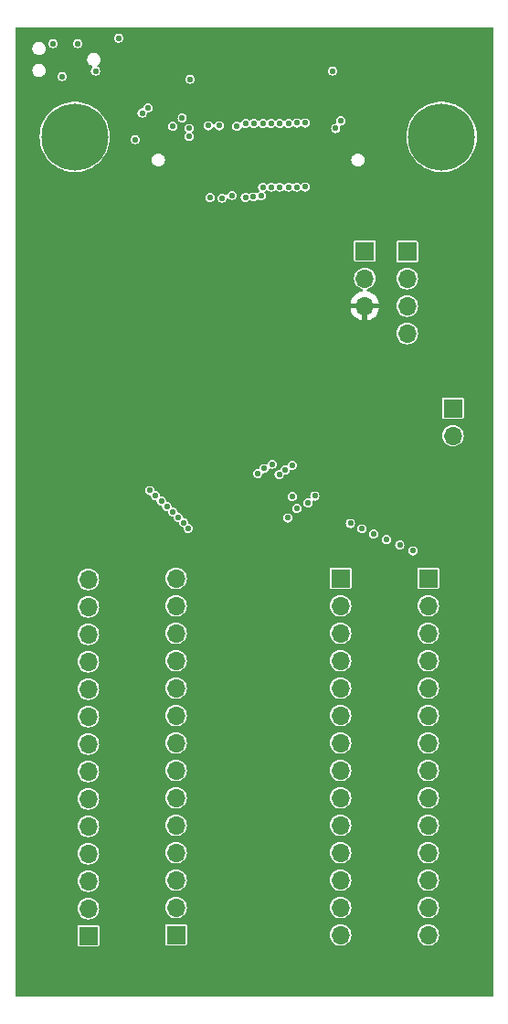
<source format=gbr>
%TF.GenerationSoftware,KiCad,Pcbnew,7.0.1*%
%TF.CreationDate,2023-09-03T17:39:56-04:00*%
%TF.ProjectId,syzygy-breakout-flash-1V8,73797a79-6779-42d6-9272-65616b6f7574,r1.0*%
%TF.SameCoordinates,PX66851e0PY4d70380*%
%TF.FileFunction,Copper,L3,Inr*%
%TF.FilePolarity,Positive*%
%FSLAX46Y46*%
G04 Gerber Fmt 4.6, Leading zero omitted, Abs format (unit mm)*
G04 Created by KiCad (PCBNEW 7.0.1) date 2023-09-03 17:39:56*
%MOMM*%
%LPD*%
G01*
G04 APERTURE LIST*
%TA.AperFunction,ComponentPad*%
%ADD10R,1.700000X1.700000*%
%TD*%
%TA.AperFunction,ComponentPad*%
%ADD11O,1.700000X1.700000*%
%TD*%
%TA.AperFunction,ComponentPad*%
%ADD12C,6.200000*%
%TD*%
%TA.AperFunction,ViaPad*%
%ADD13C,0.550000*%
%TD*%
G04 APERTURE END LIST*
D10*
X40534000Y-34427000D03*
D11*
X40534000Y-36967000D03*
D10*
X30120000Y-50180000D03*
D11*
X30120000Y-52720000D03*
X30120000Y-55260000D03*
X30120000Y-57800000D03*
X30120000Y-60340000D03*
X30120000Y-62880000D03*
X30120000Y-65420000D03*
X30120000Y-67960000D03*
X30120000Y-70500000D03*
X30120000Y-73040000D03*
X30120000Y-75580000D03*
X30120000Y-78120000D03*
X30120000Y-80660000D03*
X30120000Y-83200000D03*
D10*
X36298000Y-19892000D03*
D11*
X36298000Y-22432000D03*
X36298000Y-24972000D03*
X36298000Y-27512000D03*
D10*
X32368300Y-19864400D03*
D11*
X32368300Y-22404400D03*
X32368300Y-24944400D03*
D10*
X14877200Y-83200000D03*
D11*
X14877200Y-80660000D03*
X14877200Y-78120000D03*
X14877200Y-75580000D03*
X14877200Y-73040000D03*
X14877200Y-70500000D03*
X14877200Y-67960000D03*
X14877200Y-65420000D03*
X14877200Y-62880000D03*
X14877200Y-60340000D03*
X14877200Y-57800000D03*
X14877200Y-55260000D03*
X14877200Y-52720000D03*
X14877200Y-50180000D03*
D10*
X38248000Y-50180000D03*
D11*
X38248000Y-52720000D03*
X38248000Y-55260000D03*
X38248000Y-57800000D03*
X38248000Y-60340000D03*
X38248000Y-62880000D03*
X38248000Y-65420000D03*
X38248000Y-67960000D03*
X38248000Y-70500000D03*
X38248000Y-73040000D03*
X38248000Y-75580000D03*
X38248000Y-78120000D03*
X38248000Y-80660000D03*
X38248000Y-83200000D03*
D10*
X6749200Y-83290400D03*
D11*
X6749200Y-80750400D03*
X6749200Y-78210400D03*
X6749200Y-75670400D03*
X6749200Y-73130400D03*
X6749200Y-70590400D03*
X6749200Y-68050400D03*
X6749200Y-65510400D03*
X6749200Y-62970400D03*
X6749200Y-60430400D03*
X6749200Y-57890400D03*
X6749200Y-55350400D03*
X6749200Y-52810400D03*
X6749200Y-50270400D03*
D12*
X39482000Y-9286000D03*
X5482000Y-9286000D03*
D13*
X3548800Y-19993600D03*
X3860000Y-5260000D03*
X3450000Y-3698000D03*
X5885600Y-13897600D03*
X1313600Y-20196800D03*
X17772800Y-10189200D03*
X31844400Y-8512800D03*
X13610000Y-8541873D03*
X1110400Y-30356800D03*
X2634400Y-14558000D03*
X7936972Y-5476000D03*
X26837927Y-8742102D03*
X11731000Y-7083100D03*
X5736000Y-650000D03*
X4339000Y-3698000D03*
X11070000Y-9540000D03*
X15442000Y-7563700D03*
X18026800Y-14913600D03*
X12437990Y-42041300D03*
X14572400Y-8309600D03*
X16096400Y-8512800D03*
X12946800Y-42498500D03*
X19144400Y-14964400D03*
X22446400Y-40466000D03*
X27120000Y-43209200D03*
X16083500Y-9248415D03*
X13505600Y-43006000D03*
X23056000Y-40008800D03*
X20058800Y-14710400D03*
X25646800Y-42599600D03*
X16150000Y-3952000D03*
X14013600Y-43514000D03*
X17874400Y-8258800D03*
X21300535Y-14891065D03*
X23767200Y-39602400D03*
X14572400Y-44022000D03*
X18890400Y-8258800D03*
X24427600Y-40567600D03*
X22046105Y-14856695D03*
X26050935Y-43712965D03*
X20516000Y-8309600D03*
X15086400Y-44524000D03*
X25240400Y-44580800D03*
X22751200Y-14761200D03*
X15557645Y-45009369D03*
X21328800Y-8055600D03*
X22090800Y-8055600D03*
X15994800Y-45546000D03*
X32098400Y-45590300D03*
X22903600Y-13948400D03*
X22903600Y-8055600D03*
X23665600Y-8055600D03*
X34376636Y-46593300D03*
X24478400Y-13948400D03*
X24478400Y-8055600D03*
X25291200Y-13948400D03*
X35603600Y-47094800D03*
X25291200Y-8055600D03*
X26053200Y-13948400D03*
X36822800Y-47628800D03*
X26104000Y-8004800D03*
X26852563Y-13934963D03*
X26866000Y-8004800D03*
X23716400Y-13948400D03*
X33165200Y-46091800D03*
X29358000Y-3190000D03*
X7412000Y-3190000D03*
X9546000Y-142000D03*
X12265000Y-6610300D03*
X3450000Y-650000D03*
X24986400Y-40148175D03*
X29666500Y-8512800D03*
X27729600Y-42548800D03*
X31031600Y-45088800D03*
X30168000Y-7801600D03*
X25646800Y-39704000D03*
%TA.AperFunction,Conductor*%
G36*
X44218000Y856887D02*
G01*
X44263387Y811500D01*
X44280000Y749500D01*
X44280000Y-88790500D01*
X44263387Y-88852500D01*
X44218000Y-88897887D01*
X44156000Y-88914500D01*
X82000Y-88914500D01*
X20000Y-88897887D01*
X-25387Y-88852500D01*
X-42000Y-88790500D01*
X-42000Y-84155221D01*
X5748700Y-84155221D01*
X5757433Y-84199123D01*
X5790695Y-84248904D01*
X5840476Y-84282166D01*
X5840478Y-84282167D01*
X5873477Y-84288731D01*
X5884379Y-84290900D01*
X5884380Y-84290900D01*
X7614020Y-84290900D01*
X7614021Y-84290900D01*
X7622753Y-84289162D01*
X7657922Y-84282167D01*
X7707704Y-84248904D01*
X7740967Y-84199122D01*
X7749700Y-84155220D01*
X7749700Y-84064821D01*
X13876700Y-84064821D01*
X13885433Y-84108723D01*
X13918695Y-84158504D01*
X13968476Y-84191766D01*
X13968478Y-84191767D01*
X14001477Y-84198331D01*
X14012379Y-84200500D01*
X14012380Y-84200500D01*
X15742020Y-84200500D01*
X15742021Y-84200500D01*
X15750754Y-84198762D01*
X15785922Y-84191767D01*
X15835704Y-84158504D01*
X15868967Y-84108722D01*
X15877700Y-84064820D01*
X15877700Y-83199999D01*
X29114659Y-83199999D01*
X29133976Y-83396133D01*
X29191185Y-83584726D01*
X29191186Y-83584727D01*
X29284090Y-83758538D01*
X29409117Y-83910883D01*
X29561462Y-84035910D01*
X29735273Y-84128814D01*
X29923868Y-84186024D01*
X30120000Y-84205341D01*
X30316132Y-84186024D01*
X30504727Y-84128814D01*
X30678538Y-84035910D01*
X30830883Y-83910883D01*
X30955910Y-83758538D01*
X31048814Y-83584727D01*
X31106024Y-83396132D01*
X31125341Y-83200000D01*
X31125341Y-83199999D01*
X37242659Y-83199999D01*
X37261976Y-83396133D01*
X37319185Y-83584726D01*
X37319186Y-83584727D01*
X37412090Y-83758538D01*
X37537117Y-83910883D01*
X37689462Y-84035910D01*
X37863273Y-84128814D01*
X38051868Y-84186024D01*
X38248000Y-84205341D01*
X38444132Y-84186024D01*
X38632727Y-84128814D01*
X38806538Y-84035910D01*
X38958883Y-83910883D01*
X39083910Y-83758538D01*
X39176814Y-83584727D01*
X39234024Y-83396132D01*
X39253341Y-83200000D01*
X39234024Y-83003868D01*
X39176814Y-82815273D01*
X39083910Y-82641462D01*
X38958883Y-82489117D01*
X38806538Y-82364090D01*
X38752451Y-82335180D01*
X38632726Y-82271185D01*
X38444133Y-82213976D01*
X38248000Y-82194659D01*
X38051866Y-82213976D01*
X37863273Y-82271185D01*
X37689463Y-82364089D01*
X37537117Y-82489117D01*
X37412089Y-82641463D01*
X37319185Y-82815273D01*
X37261976Y-83003866D01*
X37242659Y-83199999D01*
X31125341Y-83199999D01*
X31106024Y-83003868D01*
X31048814Y-82815273D01*
X30955910Y-82641462D01*
X30830883Y-82489117D01*
X30678538Y-82364090D01*
X30624451Y-82335180D01*
X30504726Y-82271185D01*
X30316133Y-82213976D01*
X30120000Y-82194659D01*
X29923866Y-82213976D01*
X29735273Y-82271185D01*
X29561463Y-82364089D01*
X29409117Y-82489117D01*
X29284089Y-82641463D01*
X29191185Y-82815273D01*
X29133976Y-83003866D01*
X29114659Y-83199999D01*
X15877700Y-83199999D01*
X15877700Y-82335180D01*
X15868967Y-82291278D01*
X15868966Y-82291276D01*
X15835704Y-82241495D01*
X15785923Y-82208233D01*
X15742021Y-82199500D01*
X15742020Y-82199500D01*
X14012380Y-82199500D01*
X14012379Y-82199500D01*
X13968476Y-82208233D01*
X13918695Y-82241495D01*
X13885433Y-82291276D01*
X13876700Y-82335179D01*
X13876700Y-84064821D01*
X7749700Y-84064821D01*
X7749700Y-82425580D01*
X7740967Y-82381678D01*
X7740966Y-82381676D01*
X7707704Y-82331895D01*
X7657923Y-82298633D01*
X7614021Y-82289900D01*
X7614020Y-82289900D01*
X5884380Y-82289900D01*
X5884379Y-82289900D01*
X5840476Y-82298633D01*
X5790695Y-82331895D01*
X5757433Y-82381676D01*
X5748700Y-82425579D01*
X5748700Y-84155221D01*
X-42000Y-84155221D01*
X-42000Y-80750400D01*
X5743859Y-80750400D01*
X5763176Y-80946533D01*
X5820385Y-81135126D01*
X5820386Y-81135127D01*
X5913290Y-81308938D01*
X6038317Y-81461283D01*
X6190662Y-81586310D01*
X6364473Y-81679214D01*
X6553068Y-81736424D01*
X6749200Y-81755741D01*
X6945332Y-81736424D01*
X7133927Y-81679214D01*
X7307738Y-81586310D01*
X7460083Y-81461283D01*
X7585110Y-81308938D01*
X7678014Y-81135127D01*
X7735224Y-80946532D01*
X7754541Y-80750400D01*
X7745638Y-80660000D01*
X13871859Y-80660000D01*
X13891176Y-80856133D01*
X13948385Y-81044726D01*
X13948386Y-81044727D01*
X14041290Y-81218538D01*
X14166317Y-81370883D01*
X14318662Y-81495910D01*
X14492473Y-81588814D01*
X14681068Y-81646024D01*
X14877200Y-81665341D01*
X15073332Y-81646024D01*
X15261927Y-81588814D01*
X15435738Y-81495910D01*
X15588083Y-81370883D01*
X15713110Y-81218538D01*
X15806014Y-81044727D01*
X15863224Y-80856132D01*
X15882541Y-80660000D01*
X29114659Y-80660000D01*
X29133976Y-80856133D01*
X29191185Y-81044726D01*
X29191186Y-81044727D01*
X29284090Y-81218538D01*
X29409117Y-81370883D01*
X29561462Y-81495910D01*
X29735273Y-81588814D01*
X29923868Y-81646024D01*
X30120000Y-81665341D01*
X30316132Y-81646024D01*
X30504727Y-81588814D01*
X30678538Y-81495910D01*
X30830883Y-81370883D01*
X30955910Y-81218538D01*
X31048814Y-81044727D01*
X31106024Y-80856132D01*
X31125341Y-80660000D01*
X37242659Y-80660000D01*
X37261976Y-80856133D01*
X37319185Y-81044726D01*
X37319186Y-81044727D01*
X37412090Y-81218538D01*
X37537117Y-81370883D01*
X37689462Y-81495910D01*
X37863273Y-81588814D01*
X38051868Y-81646024D01*
X38248000Y-81665341D01*
X38444132Y-81646024D01*
X38632727Y-81588814D01*
X38806538Y-81495910D01*
X38958883Y-81370883D01*
X39083910Y-81218538D01*
X39176814Y-81044727D01*
X39234024Y-80856132D01*
X39253341Y-80660000D01*
X39234024Y-80463868D01*
X39176814Y-80275273D01*
X39083910Y-80101462D01*
X38958883Y-79949117D01*
X38806538Y-79824090D01*
X38784091Y-79812092D01*
X38632726Y-79731185D01*
X38444133Y-79673976D01*
X38346065Y-79664317D01*
X38248000Y-79654659D01*
X38247999Y-79654659D01*
X38051866Y-79673976D01*
X37863273Y-79731185D01*
X37689463Y-79824089D01*
X37537117Y-79949117D01*
X37412089Y-80101463D01*
X37319185Y-80275273D01*
X37261976Y-80463866D01*
X37242659Y-80660000D01*
X31125341Y-80660000D01*
X31106024Y-80463868D01*
X31048814Y-80275273D01*
X30955910Y-80101462D01*
X30830883Y-79949117D01*
X30678538Y-79824090D01*
X30656091Y-79812092D01*
X30504726Y-79731185D01*
X30316133Y-79673976D01*
X30218065Y-79664317D01*
X30120000Y-79654659D01*
X30119999Y-79654659D01*
X29923866Y-79673976D01*
X29735273Y-79731185D01*
X29561463Y-79824089D01*
X29409117Y-79949117D01*
X29284089Y-80101463D01*
X29191185Y-80275273D01*
X29133976Y-80463866D01*
X29114659Y-80660000D01*
X15882541Y-80660000D01*
X15863224Y-80463868D01*
X15806014Y-80275273D01*
X15713110Y-80101462D01*
X15588083Y-79949117D01*
X15435738Y-79824090D01*
X15413291Y-79812092D01*
X15261926Y-79731185D01*
X15073333Y-79673976D01*
X14975265Y-79664317D01*
X14877200Y-79654659D01*
X14877199Y-79654659D01*
X14681066Y-79673976D01*
X14492473Y-79731185D01*
X14318663Y-79824089D01*
X14166317Y-79949117D01*
X14041289Y-80101463D01*
X13948385Y-80275273D01*
X13891176Y-80463866D01*
X13871859Y-80660000D01*
X7745638Y-80660000D01*
X7735224Y-80554268D01*
X7678014Y-80365673D01*
X7585110Y-80191862D01*
X7460083Y-80039517D01*
X7307738Y-79914490D01*
X7138612Y-79824090D01*
X7133926Y-79821585D01*
X6945333Y-79764376D01*
X6847265Y-79754717D01*
X6749200Y-79745059D01*
X6749199Y-79745059D01*
X6553066Y-79764376D01*
X6364473Y-79821585D01*
X6190663Y-79914489D01*
X6038317Y-80039517D01*
X5913289Y-80191863D01*
X5820385Y-80365673D01*
X5763176Y-80554266D01*
X5743859Y-80750400D01*
X-42000Y-80750400D01*
X-42000Y-78210400D01*
X5743859Y-78210400D01*
X5763176Y-78406533D01*
X5820385Y-78595126D01*
X5820386Y-78595127D01*
X5913290Y-78768938D01*
X6038317Y-78921283D01*
X6190662Y-79046310D01*
X6364473Y-79139214D01*
X6553068Y-79196424D01*
X6749200Y-79215741D01*
X6945332Y-79196424D01*
X7133927Y-79139214D01*
X7307738Y-79046310D01*
X7460083Y-78921283D01*
X7585110Y-78768938D01*
X7678014Y-78595127D01*
X7735224Y-78406532D01*
X7754541Y-78210400D01*
X7745638Y-78120000D01*
X13871859Y-78120000D01*
X13891176Y-78316133D01*
X13948385Y-78504726D01*
X13948386Y-78504727D01*
X14041290Y-78678538D01*
X14166317Y-78830883D01*
X14318662Y-78955910D01*
X14492473Y-79048814D01*
X14681068Y-79106024D01*
X14877200Y-79125341D01*
X15073332Y-79106024D01*
X15261927Y-79048814D01*
X15435738Y-78955910D01*
X15588083Y-78830883D01*
X15713110Y-78678538D01*
X15806014Y-78504727D01*
X15863224Y-78316132D01*
X15882541Y-78120000D01*
X29114659Y-78120000D01*
X29133976Y-78316133D01*
X29191185Y-78504726D01*
X29191186Y-78504727D01*
X29284090Y-78678538D01*
X29409117Y-78830883D01*
X29561462Y-78955910D01*
X29735273Y-79048814D01*
X29923868Y-79106024D01*
X30120000Y-79125341D01*
X30316132Y-79106024D01*
X30504727Y-79048814D01*
X30678538Y-78955910D01*
X30830883Y-78830883D01*
X30955910Y-78678538D01*
X31048814Y-78504727D01*
X31106024Y-78316132D01*
X31125341Y-78120000D01*
X37242659Y-78120000D01*
X37261976Y-78316133D01*
X37319185Y-78504726D01*
X37319186Y-78504727D01*
X37412090Y-78678538D01*
X37537117Y-78830883D01*
X37689462Y-78955910D01*
X37863273Y-79048814D01*
X38051868Y-79106024D01*
X38248000Y-79125341D01*
X38444132Y-79106024D01*
X38632727Y-79048814D01*
X38806538Y-78955910D01*
X38958883Y-78830883D01*
X39083910Y-78678538D01*
X39176814Y-78504727D01*
X39234024Y-78316132D01*
X39253341Y-78120000D01*
X39234024Y-77923868D01*
X39176814Y-77735273D01*
X39083910Y-77561462D01*
X38958883Y-77409117D01*
X38806538Y-77284090D01*
X38784091Y-77272092D01*
X38632726Y-77191185D01*
X38444133Y-77133976D01*
X38248000Y-77114659D01*
X38051866Y-77133976D01*
X37863273Y-77191185D01*
X37689463Y-77284089D01*
X37537117Y-77409117D01*
X37412089Y-77561463D01*
X37319185Y-77735273D01*
X37261976Y-77923866D01*
X37242659Y-78120000D01*
X31125341Y-78120000D01*
X31106024Y-77923868D01*
X31048814Y-77735273D01*
X30955910Y-77561462D01*
X30830883Y-77409117D01*
X30678538Y-77284090D01*
X30656091Y-77272092D01*
X30504726Y-77191185D01*
X30316133Y-77133976D01*
X30120000Y-77114659D01*
X29923866Y-77133976D01*
X29735273Y-77191185D01*
X29561463Y-77284089D01*
X29409117Y-77409117D01*
X29284089Y-77561463D01*
X29191185Y-77735273D01*
X29133976Y-77923866D01*
X29114659Y-78120000D01*
X15882541Y-78120000D01*
X15863224Y-77923868D01*
X15806014Y-77735273D01*
X15713110Y-77561462D01*
X15588083Y-77409117D01*
X15435738Y-77284090D01*
X15413291Y-77272092D01*
X15261926Y-77191185D01*
X15073333Y-77133976D01*
X14877200Y-77114659D01*
X14681066Y-77133976D01*
X14492473Y-77191185D01*
X14318663Y-77284089D01*
X14166317Y-77409117D01*
X14041289Y-77561463D01*
X13948385Y-77735273D01*
X13891176Y-77923866D01*
X13871859Y-78120000D01*
X7745638Y-78120000D01*
X7735224Y-78014268D01*
X7678014Y-77825673D01*
X7585110Y-77651862D01*
X7460083Y-77499517D01*
X7307738Y-77374490D01*
X7138612Y-77284090D01*
X7133926Y-77281585D01*
X6945333Y-77224376D01*
X6749200Y-77205059D01*
X6553066Y-77224376D01*
X6364473Y-77281585D01*
X6190663Y-77374489D01*
X6038317Y-77499517D01*
X5913289Y-77651863D01*
X5820385Y-77825673D01*
X5763176Y-78014266D01*
X5743859Y-78210400D01*
X-42000Y-78210400D01*
X-42000Y-75670400D01*
X5743859Y-75670400D01*
X5763176Y-75866533D01*
X5820385Y-76055126D01*
X5820386Y-76055127D01*
X5913290Y-76228938D01*
X6038317Y-76381283D01*
X6190662Y-76506310D01*
X6364473Y-76599214D01*
X6553068Y-76656424D01*
X6749200Y-76675741D01*
X6945332Y-76656424D01*
X7133927Y-76599214D01*
X7307738Y-76506310D01*
X7460083Y-76381283D01*
X7585110Y-76228938D01*
X7678014Y-76055127D01*
X7735224Y-75866532D01*
X7754541Y-75670400D01*
X7745638Y-75580000D01*
X13871859Y-75580000D01*
X13891176Y-75776133D01*
X13948385Y-75964726D01*
X13948386Y-75964727D01*
X14041290Y-76138538D01*
X14166317Y-76290883D01*
X14318662Y-76415910D01*
X14492473Y-76508814D01*
X14681068Y-76566024D01*
X14877200Y-76585341D01*
X15073332Y-76566024D01*
X15261927Y-76508814D01*
X15435738Y-76415910D01*
X15588083Y-76290883D01*
X15713110Y-76138538D01*
X15806014Y-75964727D01*
X15863224Y-75776132D01*
X15882541Y-75580000D01*
X29114659Y-75580000D01*
X29133976Y-75776133D01*
X29191185Y-75964726D01*
X29191186Y-75964727D01*
X29284090Y-76138538D01*
X29409117Y-76290883D01*
X29561462Y-76415910D01*
X29735273Y-76508814D01*
X29923868Y-76566024D01*
X30120000Y-76585341D01*
X30316132Y-76566024D01*
X30504727Y-76508814D01*
X30678538Y-76415910D01*
X30830883Y-76290883D01*
X30955910Y-76138538D01*
X31048814Y-75964727D01*
X31106024Y-75776132D01*
X31125341Y-75580000D01*
X37242659Y-75580000D01*
X37261976Y-75776133D01*
X37319185Y-75964726D01*
X37319186Y-75964727D01*
X37412090Y-76138538D01*
X37537117Y-76290883D01*
X37689462Y-76415910D01*
X37863273Y-76508814D01*
X38051868Y-76566024D01*
X38248000Y-76585341D01*
X38444132Y-76566024D01*
X38632727Y-76508814D01*
X38806538Y-76415910D01*
X38958883Y-76290883D01*
X39083910Y-76138538D01*
X39176814Y-75964727D01*
X39234024Y-75776132D01*
X39253341Y-75580000D01*
X39234024Y-75383868D01*
X39176814Y-75195273D01*
X39083910Y-75021462D01*
X38958883Y-74869117D01*
X38806538Y-74744090D01*
X38784091Y-74732091D01*
X38632726Y-74651185D01*
X38444133Y-74593976D01*
X38248000Y-74574659D01*
X38051866Y-74593976D01*
X37863273Y-74651185D01*
X37689463Y-74744089D01*
X37537117Y-74869117D01*
X37412089Y-75021463D01*
X37319185Y-75195273D01*
X37261976Y-75383866D01*
X37242659Y-75580000D01*
X31125341Y-75580000D01*
X31106024Y-75383868D01*
X31048814Y-75195273D01*
X30955910Y-75021462D01*
X30830883Y-74869117D01*
X30678538Y-74744090D01*
X30656091Y-74732091D01*
X30504726Y-74651185D01*
X30316133Y-74593976D01*
X30120000Y-74574659D01*
X29923866Y-74593976D01*
X29735273Y-74651185D01*
X29561463Y-74744089D01*
X29409117Y-74869117D01*
X29284089Y-75021463D01*
X29191185Y-75195273D01*
X29133976Y-75383866D01*
X29114659Y-75580000D01*
X15882541Y-75580000D01*
X15863224Y-75383868D01*
X15806014Y-75195273D01*
X15713110Y-75021462D01*
X15588083Y-74869117D01*
X15435738Y-74744090D01*
X15413291Y-74732091D01*
X15261926Y-74651185D01*
X15073333Y-74593976D01*
X14877200Y-74574659D01*
X14681066Y-74593976D01*
X14492473Y-74651185D01*
X14318663Y-74744089D01*
X14166317Y-74869117D01*
X14041289Y-75021463D01*
X13948385Y-75195273D01*
X13891176Y-75383866D01*
X13871859Y-75580000D01*
X7745638Y-75580000D01*
X7735224Y-75474268D01*
X7678014Y-75285673D01*
X7585110Y-75111862D01*
X7460083Y-74959517D01*
X7307738Y-74834490D01*
X7138612Y-74744090D01*
X7133926Y-74741585D01*
X6945333Y-74684376D01*
X6749200Y-74665059D01*
X6553066Y-74684376D01*
X6364473Y-74741585D01*
X6190663Y-74834489D01*
X6038317Y-74959517D01*
X5913289Y-75111863D01*
X5820385Y-75285673D01*
X5763176Y-75474266D01*
X5743859Y-75670400D01*
X-42000Y-75670400D01*
X-42000Y-73130399D01*
X5743859Y-73130399D01*
X5763176Y-73326533D01*
X5820385Y-73515126D01*
X5820386Y-73515127D01*
X5913290Y-73688938D01*
X6038317Y-73841283D01*
X6190662Y-73966310D01*
X6364473Y-74059214D01*
X6553068Y-74116424D01*
X6749200Y-74135741D01*
X6945332Y-74116424D01*
X7133927Y-74059214D01*
X7307738Y-73966310D01*
X7460083Y-73841283D01*
X7585110Y-73688938D01*
X7678014Y-73515127D01*
X7735224Y-73326532D01*
X7754541Y-73130400D01*
X7745638Y-73040000D01*
X13871859Y-73040000D01*
X13891176Y-73236133D01*
X13948385Y-73424726D01*
X13948386Y-73424727D01*
X14041290Y-73598538D01*
X14166317Y-73750883D01*
X14318662Y-73875910D01*
X14492473Y-73968814D01*
X14681068Y-74026024D01*
X14877200Y-74045341D01*
X15073332Y-74026024D01*
X15261927Y-73968814D01*
X15435738Y-73875910D01*
X15588083Y-73750883D01*
X15713110Y-73598538D01*
X15806014Y-73424727D01*
X15863224Y-73236132D01*
X15882541Y-73040000D01*
X29114659Y-73040000D01*
X29133976Y-73236133D01*
X29191185Y-73424726D01*
X29191186Y-73424727D01*
X29284090Y-73598538D01*
X29409117Y-73750883D01*
X29561462Y-73875910D01*
X29735273Y-73968814D01*
X29923868Y-74026024D01*
X30120000Y-74045341D01*
X30316132Y-74026024D01*
X30504727Y-73968814D01*
X30678538Y-73875910D01*
X30830883Y-73750883D01*
X30955910Y-73598538D01*
X31048814Y-73424727D01*
X31106024Y-73236132D01*
X31125341Y-73040000D01*
X37242659Y-73040000D01*
X37261976Y-73236133D01*
X37319185Y-73424726D01*
X37319186Y-73424727D01*
X37412090Y-73598538D01*
X37537117Y-73750883D01*
X37689462Y-73875910D01*
X37863273Y-73968814D01*
X38051868Y-74026024D01*
X38248000Y-74045341D01*
X38444132Y-74026024D01*
X38632727Y-73968814D01*
X38806538Y-73875910D01*
X38958883Y-73750883D01*
X39083910Y-73598538D01*
X39176814Y-73424727D01*
X39234024Y-73236132D01*
X39253341Y-73040000D01*
X39234024Y-72843868D01*
X39176814Y-72655273D01*
X39083910Y-72481462D01*
X38958883Y-72329117D01*
X38806538Y-72204090D01*
X38784091Y-72192091D01*
X38632726Y-72111185D01*
X38444133Y-72053976D01*
X38346066Y-72044317D01*
X38248000Y-72034659D01*
X38247999Y-72034659D01*
X38051866Y-72053976D01*
X37863273Y-72111185D01*
X37689463Y-72204089D01*
X37537117Y-72329117D01*
X37412089Y-72481463D01*
X37319185Y-72655273D01*
X37261976Y-72843866D01*
X37242659Y-73040000D01*
X31125341Y-73040000D01*
X31106024Y-72843868D01*
X31048814Y-72655273D01*
X30955910Y-72481462D01*
X30830883Y-72329117D01*
X30678538Y-72204090D01*
X30656091Y-72192091D01*
X30504726Y-72111185D01*
X30316133Y-72053976D01*
X30218066Y-72044317D01*
X30120000Y-72034659D01*
X30119999Y-72034659D01*
X29923866Y-72053976D01*
X29735273Y-72111185D01*
X29561463Y-72204089D01*
X29409117Y-72329117D01*
X29284089Y-72481463D01*
X29191185Y-72655273D01*
X29133976Y-72843866D01*
X29114659Y-73040000D01*
X15882541Y-73040000D01*
X15863224Y-72843868D01*
X15806014Y-72655273D01*
X15713110Y-72481462D01*
X15588083Y-72329117D01*
X15435738Y-72204090D01*
X15413291Y-72192091D01*
X15261926Y-72111185D01*
X15073333Y-72053976D01*
X14975266Y-72044317D01*
X14877200Y-72034659D01*
X14877199Y-72034659D01*
X14681066Y-72053976D01*
X14492473Y-72111185D01*
X14318663Y-72204089D01*
X14166317Y-72329117D01*
X14041289Y-72481463D01*
X13948385Y-72655273D01*
X13891176Y-72843866D01*
X13871859Y-73040000D01*
X7745638Y-73040000D01*
X7735224Y-72934268D01*
X7678014Y-72745673D01*
X7585110Y-72571862D01*
X7460083Y-72419517D01*
X7307738Y-72294490D01*
X7138612Y-72204090D01*
X7133926Y-72201585D01*
X6945333Y-72144376D01*
X6749200Y-72125059D01*
X6553066Y-72144376D01*
X6364473Y-72201585D01*
X6190663Y-72294489D01*
X6038317Y-72419517D01*
X5913289Y-72571863D01*
X5820385Y-72745673D01*
X5763176Y-72934266D01*
X5743859Y-73130399D01*
X-42000Y-73130399D01*
X-42000Y-70590399D01*
X5743859Y-70590399D01*
X5763176Y-70786533D01*
X5820385Y-70975126D01*
X5820386Y-70975127D01*
X5913290Y-71148938D01*
X6038317Y-71301283D01*
X6190662Y-71426310D01*
X6364473Y-71519214D01*
X6553068Y-71576424D01*
X6749200Y-71595741D01*
X6945332Y-71576424D01*
X7133927Y-71519214D01*
X7307738Y-71426310D01*
X7460083Y-71301283D01*
X7585110Y-71148938D01*
X7678014Y-70975127D01*
X7735224Y-70786532D01*
X7754541Y-70590400D01*
X7745638Y-70500000D01*
X13871859Y-70500000D01*
X13891176Y-70696133D01*
X13948385Y-70884726D01*
X13948386Y-70884727D01*
X14041290Y-71058538D01*
X14166317Y-71210883D01*
X14318662Y-71335910D01*
X14492473Y-71428814D01*
X14681068Y-71486024D01*
X14877200Y-71505341D01*
X15073332Y-71486024D01*
X15261927Y-71428814D01*
X15435738Y-71335910D01*
X15588083Y-71210883D01*
X15713110Y-71058538D01*
X15806014Y-70884727D01*
X15863224Y-70696132D01*
X15882541Y-70500000D01*
X29114659Y-70500000D01*
X29133976Y-70696133D01*
X29191185Y-70884726D01*
X29191186Y-70884727D01*
X29284090Y-71058538D01*
X29409117Y-71210883D01*
X29561462Y-71335910D01*
X29735273Y-71428814D01*
X29923868Y-71486024D01*
X30120000Y-71505341D01*
X30316132Y-71486024D01*
X30504727Y-71428814D01*
X30678538Y-71335910D01*
X30830883Y-71210883D01*
X30955910Y-71058538D01*
X31048814Y-70884727D01*
X31106024Y-70696132D01*
X31125341Y-70500000D01*
X37242659Y-70500000D01*
X37261976Y-70696133D01*
X37319185Y-70884726D01*
X37319186Y-70884727D01*
X37412090Y-71058538D01*
X37537117Y-71210883D01*
X37689462Y-71335910D01*
X37863273Y-71428814D01*
X38051868Y-71486024D01*
X38248000Y-71505341D01*
X38444132Y-71486024D01*
X38632727Y-71428814D01*
X38806538Y-71335910D01*
X38958883Y-71210883D01*
X39083910Y-71058538D01*
X39176814Y-70884727D01*
X39234024Y-70696132D01*
X39253341Y-70500000D01*
X39234024Y-70303868D01*
X39176814Y-70115273D01*
X39083910Y-69941462D01*
X38958883Y-69789117D01*
X38806538Y-69664090D01*
X38784091Y-69652091D01*
X38632726Y-69571185D01*
X38444133Y-69513976D01*
X38248000Y-69494659D01*
X38051866Y-69513976D01*
X37863273Y-69571185D01*
X37689463Y-69664089D01*
X37537117Y-69789117D01*
X37412089Y-69941463D01*
X37319185Y-70115273D01*
X37261976Y-70303866D01*
X37242659Y-70500000D01*
X31125341Y-70500000D01*
X31106024Y-70303868D01*
X31048814Y-70115273D01*
X30955910Y-69941462D01*
X30830883Y-69789117D01*
X30678538Y-69664090D01*
X30656091Y-69652091D01*
X30504726Y-69571185D01*
X30316133Y-69513976D01*
X30120000Y-69494659D01*
X29923866Y-69513976D01*
X29735273Y-69571185D01*
X29561463Y-69664089D01*
X29409117Y-69789117D01*
X29284089Y-69941463D01*
X29191185Y-70115273D01*
X29133976Y-70303866D01*
X29114659Y-70500000D01*
X15882541Y-70500000D01*
X15863224Y-70303868D01*
X15806014Y-70115273D01*
X15713110Y-69941462D01*
X15588083Y-69789117D01*
X15435738Y-69664090D01*
X15413291Y-69652091D01*
X15261926Y-69571185D01*
X15073333Y-69513976D01*
X14877200Y-69494659D01*
X14681066Y-69513976D01*
X14492473Y-69571185D01*
X14318663Y-69664089D01*
X14166317Y-69789117D01*
X14041289Y-69941463D01*
X13948385Y-70115273D01*
X13891176Y-70303866D01*
X13871859Y-70500000D01*
X7745638Y-70500000D01*
X7735224Y-70394268D01*
X7678014Y-70205673D01*
X7585110Y-70031862D01*
X7460083Y-69879517D01*
X7307738Y-69754490D01*
X7138612Y-69664090D01*
X7133926Y-69661585D01*
X6945333Y-69604376D01*
X6749200Y-69585059D01*
X6553066Y-69604376D01*
X6364473Y-69661585D01*
X6190663Y-69754489D01*
X6038317Y-69879517D01*
X5913289Y-70031863D01*
X5820385Y-70205673D01*
X5763176Y-70394266D01*
X5743859Y-70590399D01*
X-42000Y-70590399D01*
X-42000Y-68050400D01*
X5743859Y-68050400D01*
X5763176Y-68246533D01*
X5820385Y-68435126D01*
X5820386Y-68435127D01*
X5913290Y-68608938D01*
X6038317Y-68761283D01*
X6190662Y-68886310D01*
X6364473Y-68979214D01*
X6553068Y-69036424D01*
X6749200Y-69055741D01*
X6945332Y-69036424D01*
X7133927Y-68979214D01*
X7307738Y-68886310D01*
X7460083Y-68761283D01*
X7585110Y-68608938D01*
X7678014Y-68435127D01*
X7735224Y-68246532D01*
X7754541Y-68050400D01*
X7745638Y-67960000D01*
X13871859Y-67960000D01*
X13891176Y-68156133D01*
X13948385Y-68344726D01*
X13948386Y-68344727D01*
X14041290Y-68518538D01*
X14166317Y-68670883D01*
X14318662Y-68795910D01*
X14492473Y-68888814D01*
X14681068Y-68946024D01*
X14877200Y-68965341D01*
X15073332Y-68946024D01*
X15261927Y-68888814D01*
X15435738Y-68795910D01*
X15588083Y-68670883D01*
X15713110Y-68518538D01*
X15806014Y-68344727D01*
X15863224Y-68156132D01*
X15882541Y-67960000D01*
X29114659Y-67960000D01*
X29133976Y-68156133D01*
X29191185Y-68344726D01*
X29191186Y-68344727D01*
X29284090Y-68518538D01*
X29409117Y-68670883D01*
X29561462Y-68795910D01*
X29735273Y-68888814D01*
X29923868Y-68946024D01*
X30120000Y-68965341D01*
X30316132Y-68946024D01*
X30504727Y-68888814D01*
X30678538Y-68795910D01*
X30830883Y-68670883D01*
X30955910Y-68518538D01*
X31048814Y-68344727D01*
X31106024Y-68156132D01*
X31125341Y-67960000D01*
X37242659Y-67960000D01*
X37261976Y-68156133D01*
X37319185Y-68344726D01*
X37319186Y-68344727D01*
X37412090Y-68518538D01*
X37537117Y-68670883D01*
X37689462Y-68795910D01*
X37863273Y-68888814D01*
X38051868Y-68946024D01*
X38248000Y-68965341D01*
X38444132Y-68946024D01*
X38632727Y-68888814D01*
X38806538Y-68795910D01*
X38958883Y-68670883D01*
X39083910Y-68518538D01*
X39176814Y-68344727D01*
X39234024Y-68156132D01*
X39253341Y-67960000D01*
X39234024Y-67763868D01*
X39176814Y-67575273D01*
X39083910Y-67401462D01*
X38958883Y-67249117D01*
X38806538Y-67124090D01*
X38784091Y-67112092D01*
X38632726Y-67031185D01*
X38444133Y-66973976D01*
X38248000Y-66954659D01*
X38051866Y-66973976D01*
X37863273Y-67031185D01*
X37689463Y-67124089D01*
X37537117Y-67249117D01*
X37412089Y-67401463D01*
X37319185Y-67575273D01*
X37261976Y-67763866D01*
X37242659Y-67960000D01*
X31125341Y-67960000D01*
X31106024Y-67763868D01*
X31048814Y-67575273D01*
X30955910Y-67401462D01*
X30830883Y-67249117D01*
X30678538Y-67124090D01*
X30656091Y-67112092D01*
X30504726Y-67031185D01*
X30316133Y-66973976D01*
X30120000Y-66954659D01*
X29923866Y-66973976D01*
X29735273Y-67031185D01*
X29561463Y-67124089D01*
X29409117Y-67249117D01*
X29284089Y-67401463D01*
X29191185Y-67575273D01*
X29133976Y-67763866D01*
X29114659Y-67960000D01*
X15882541Y-67960000D01*
X15863224Y-67763868D01*
X15806014Y-67575273D01*
X15713110Y-67401462D01*
X15588083Y-67249117D01*
X15435738Y-67124090D01*
X15413291Y-67112092D01*
X15261926Y-67031185D01*
X15073333Y-66973976D01*
X14877200Y-66954659D01*
X14681066Y-66973976D01*
X14492473Y-67031185D01*
X14318663Y-67124089D01*
X14166317Y-67249117D01*
X14041289Y-67401463D01*
X13948385Y-67575273D01*
X13891176Y-67763866D01*
X13871859Y-67960000D01*
X7745638Y-67960000D01*
X7735224Y-67854268D01*
X7678014Y-67665673D01*
X7585110Y-67491862D01*
X7460083Y-67339517D01*
X7307738Y-67214490D01*
X7138612Y-67124090D01*
X7133926Y-67121585D01*
X6945333Y-67064376D01*
X6749200Y-67045059D01*
X6553066Y-67064376D01*
X6364473Y-67121585D01*
X6190663Y-67214489D01*
X6038317Y-67339517D01*
X5913289Y-67491863D01*
X5820385Y-67665673D01*
X5763176Y-67854266D01*
X5743859Y-68050400D01*
X-42000Y-68050400D01*
X-42000Y-65510400D01*
X5743859Y-65510400D01*
X5763176Y-65706533D01*
X5820385Y-65895126D01*
X5820386Y-65895127D01*
X5913290Y-66068938D01*
X6038317Y-66221283D01*
X6190662Y-66346310D01*
X6364473Y-66439214D01*
X6553068Y-66496424D01*
X6749200Y-66515741D01*
X6945332Y-66496424D01*
X7133927Y-66439214D01*
X7307738Y-66346310D01*
X7460083Y-66221283D01*
X7585110Y-66068938D01*
X7678014Y-65895127D01*
X7735224Y-65706532D01*
X7754541Y-65510400D01*
X7745637Y-65419999D01*
X13871859Y-65419999D01*
X13891176Y-65616133D01*
X13948385Y-65804726D01*
X13948386Y-65804727D01*
X14041290Y-65978538D01*
X14166317Y-66130883D01*
X14318662Y-66255910D01*
X14492473Y-66348814D01*
X14681068Y-66406024D01*
X14877200Y-66425341D01*
X15073332Y-66406024D01*
X15261927Y-66348814D01*
X15435738Y-66255910D01*
X15588083Y-66130883D01*
X15713110Y-65978538D01*
X15806014Y-65804727D01*
X15863224Y-65616132D01*
X15882541Y-65420000D01*
X15882541Y-65419999D01*
X29114659Y-65419999D01*
X29133976Y-65616133D01*
X29191185Y-65804726D01*
X29191186Y-65804727D01*
X29284090Y-65978538D01*
X29409117Y-66130883D01*
X29561462Y-66255910D01*
X29735273Y-66348814D01*
X29923868Y-66406024D01*
X30120000Y-66425341D01*
X30316132Y-66406024D01*
X30504727Y-66348814D01*
X30678538Y-66255910D01*
X30830883Y-66130883D01*
X30955910Y-65978538D01*
X31048814Y-65804727D01*
X31106024Y-65616132D01*
X31125341Y-65420000D01*
X31125341Y-65419999D01*
X37242659Y-65419999D01*
X37261976Y-65616133D01*
X37319185Y-65804726D01*
X37319186Y-65804727D01*
X37412090Y-65978538D01*
X37537117Y-66130883D01*
X37689462Y-66255910D01*
X37863273Y-66348814D01*
X38051868Y-66406024D01*
X38248000Y-66425341D01*
X38444132Y-66406024D01*
X38632727Y-66348814D01*
X38806538Y-66255910D01*
X38958883Y-66130883D01*
X39083910Y-65978538D01*
X39176814Y-65804727D01*
X39234024Y-65616132D01*
X39253341Y-65420000D01*
X39234024Y-65223868D01*
X39176814Y-65035273D01*
X39083910Y-64861462D01*
X38958883Y-64709117D01*
X38806538Y-64584090D01*
X38784091Y-64572091D01*
X38632726Y-64491185D01*
X38444133Y-64433976D01*
X38248000Y-64414659D01*
X38051866Y-64433976D01*
X37863273Y-64491185D01*
X37689463Y-64584089D01*
X37537117Y-64709117D01*
X37412089Y-64861463D01*
X37319185Y-65035273D01*
X37261976Y-65223866D01*
X37242659Y-65419999D01*
X31125341Y-65419999D01*
X31106024Y-65223868D01*
X31048814Y-65035273D01*
X30955910Y-64861462D01*
X30830883Y-64709117D01*
X30678538Y-64584090D01*
X30656091Y-64572091D01*
X30504726Y-64491185D01*
X30316133Y-64433976D01*
X30120000Y-64414659D01*
X29923866Y-64433976D01*
X29735273Y-64491185D01*
X29561463Y-64584089D01*
X29409117Y-64709117D01*
X29284089Y-64861463D01*
X29191185Y-65035273D01*
X29133976Y-65223866D01*
X29114659Y-65419999D01*
X15882541Y-65419999D01*
X15863224Y-65223868D01*
X15806014Y-65035273D01*
X15713110Y-64861462D01*
X15588083Y-64709117D01*
X15435738Y-64584090D01*
X15413291Y-64572091D01*
X15261926Y-64491185D01*
X15073333Y-64433976D01*
X14877200Y-64414659D01*
X14681066Y-64433976D01*
X14492473Y-64491185D01*
X14318663Y-64584089D01*
X14166317Y-64709117D01*
X14041289Y-64861463D01*
X13948385Y-65035273D01*
X13891176Y-65223866D01*
X13871859Y-65419999D01*
X7745637Y-65419999D01*
X7735224Y-65314268D01*
X7678014Y-65125673D01*
X7585110Y-64951862D01*
X7460083Y-64799517D01*
X7307738Y-64674490D01*
X7138612Y-64584090D01*
X7133926Y-64581585D01*
X6945333Y-64524376D01*
X6749200Y-64505059D01*
X6553066Y-64524376D01*
X6364473Y-64581585D01*
X6190663Y-64674489D01*
X6038317Y-64799517D01*
X5913289Y-64951863D01*
X5820385Y-65125673D01*
X5763176Y-65314266D01*
X5743859Y-65510400D01*
X-42000Y-65510400D01*
X-42000Y-62970400D01*
X5743859Y-62970400D01*
X5763176Y-63166533D01*
X5820385Y-63355126D01*
X5820386Y-63355127D01*
X5913290Y-63528938D01*
X6038317Y-63681283D01*
X6190662Y-63806310D01*
X6364473Y-63899214D01*
X6553068Y-63956424D01*
X6749200Y-63975741D01*
X6945332Y-63956424D01*
X7133927Y-63899214D01*
X7307738Y-63806310D01*
X7460083Y-63681283D01*
X7585110Y-63528938D01*
X7678014Y-63355127D01*
X7735224Y-63166532D01*
X7754541Y-62970400D01*
X7745637Y-62879999D01*
X13871859Y-62879999D01*
X13891176Y-63076133D01*
X13948385Y-63264726D01*
X13948386Y-63264727D01*
X14041290Y-63438538D01*
X14166317Y-63590883D01*
X14318662Y-63715910D01*
X14492473Y-63808814D01*
X14681068Y-63866024D01*
X14877200Y-63885341D01*
X15073332Y-63866024D01*
X15261927Y-63808814D01*
X15435738Y-63715910D01*
X15588083Y-63590883D01*
X15713110Y-63438538D01*
X15806014Y-63264727D01*
X15863224Y-63076132D01*
X15882541Y-62880000D01*
X15882541Y-62879999D01*
X29114659Y-62879999D01*
X29133976Y-63076133D01*
X29191185Y-63264726D01*
X29191186Y-63264727D01*
X29284090Y-63438538D01*
X29409117Y-63590883D01*
X29561462Y-63715910D01*
X29735273Y-63808814D01*
X29923868Y-63866024D01*
X30120000Y-63885341D01*
X30316132Y-63866024D01*
X30504727Y-63808814D01*
X30678538Y-63715910D01*
X30830883Y-63590883D01*
X30955910Y-63438538D01*
X31048814Y-63264727D01*
X31106024Y-63076132D01*
X31125341Y-62880000D01*
X31125341Y-62879999D01*
X37242659Y-62879999D01*
X37261976Y-63076133D01*
X37319185Y-63264726D01*
X37319186Y-63264727D01*
X37412090Y-63438538D01*
X37537117Y-63590883D01*
X37689462Y-63715910D01*
X37863273Y-63808814D01*
X38051868Y-63866024D01*
X38248000Y-63885341D01*
X38444132Y-63866024D01*
X38632727Y-63808814D01*
X38806538Y-63715910D01*
X38958883Y-63590883D01*
X39083910Y-63438538D01*
X39176814Y-63264727D01*
X39234024Y-63076132D01*
X39253341Y-62880000D01*
X39234024Y-62683868D01*
X39176814Y-62495273D01*
X39083910Y-62321462D01*
X38958883Y-62169117D01*
X38806538Y-62044090D01*
X38784091Y-62032091D01*
X38632726Y-61951185D01*
X38444133Y-61893976D01*
X38248000Y-61874659D01*
X38051866Y-61893976D01*
X37863273Y-61951185D01*
X37689463Y-62044089D01*
X37537117Y-62169117D01*
X37412089Y-62321463D01*
X37319185Y-62495273D01*
X37261976Y-62683866D01*
X37242659Y-62879999D01*
X31125341Y-62879999D01*
X31106024Y-62683868D01*
X31048814Y-62495273D01*
X30955910Y-62321462D01*
X30830883Y-62169117D01*
X30678538Y-62044090D01*
X30656091Y-62032091D01*
X30504726Y-61951185D01*
X30316133Y-61893976D01*
X30120000Y-61874659D01*
X29923866Y-61893976D01*
X29735273Y-61951185D01*
X29561463Y-62044089D01*
X29409117Y-62169117D01*
X29284089Y-62321463D01*
X29191185Y-62495273D01*
X29133976Y-62683866D01*
X29114659Y-62879999D01*
X15882541Y-62879999D01*
X15863224Y-62683868D01*
X15806014Y-62495273D01*
X15713110Y-62321462D01*
X15588083Y-62169117D01*
X15435738Y-62044090D01*
X15413291Y-62032091D01*
X15261926Y-61951185D01*
X15073333Y-61893976D01*
X14877200Y-61874659D01*
X14681066Y-61893976D01*
X14492473Y-61951185D01*
X14318663Y-62044089D01*
X14166317Y-62169117D01*
X14041289Y-62321463D01*
X13948385Y-62495273D01*
X13891176Y-62683866D01*
X13871859Y-62879999D01*
X7745637Y-62879999D01*
X7735224Y-62774268D01*
X7678014Y-62585673D01*
X7585110Y-62411862D01*
X7460083Y-62259517D01*
X7307738Y-62134490D01*
X7138612Y-62044090D01*
X7133926Y-62041585D01*
X6945333Y-61984376D01*
X6749200Y-61965059D01*
X6553066Y-61984376D01*
X6364473Y-62041585D01*
X6190663Y-62134489D01*
X6038317Y-62259517D01*
X5913289Y-62411863D01*
X5820385Y-62585673D01*
X5763176Y-62774266D01*
X5743859Y-62970400D01*
X-42000Y-62970400D01*
X-42000Y-60430399D01*
X5743859Y-60430399D01*
X5763176Y-60626533D01*
X5820385Y-60815126D01*
X5820386Y-60815127D01*
X5913290Y-60988938D01*
X6038317Y-61141283D01*
X6190662Y-61266310D01*
X6364473Y-61359214D01*
X6553068Y-61416424D01*
X6749200Y-61435741D01*
X6945332Y-61416424D01*
X7133927Y-61359214D01*
X7307738Y-61266310D01*
X7460083Y-61141283D01*
X7585110Y-60988938D01*
X7678014Y-60815127D01*
X7735224Y-60626532D01*
X7754541Y-60430400D01*
X7745637Y-60339999D01*
X13871859Y-60339999D01*
X13891176Y-60536133D01*
X13948385Y-60724726D01*
X13948386Y-60724727D01*
X14041290Y-60898538D01*
X14166317Y-61050883D01*
X14318662Y-61175910D01*
X14492473Y-61268814D01*
X14681068Y-61326024D01*
X14877200Y-61345341D01*
X15073332Y-61326024D01*
X15261927Y-61268814D01*
X15435738Y-61175910D01*
X15588083Y-61050883D01*
X15713110Y-60898538D01*
X15806014Y-60724727D01*
X15863224Y-60536132D01*
X15882541Y-60340000D01*
X15882541Y-60339999D01*
X29114659Y-60339999D01*
X29133976Y-60536133D01*
X29191185Y-60724726D01*
X29191186Y-60724727D01*
X29284090Y-60898538D01*
X29409117Y-61050883D01*
X29561462Y-61175910D01*
X29735273Y-61268814D01*
X29923868Y-61326024D01*
X30120000Y-61345341D01*
X30316132Y-61326024D01*
X30504727Y-61268814D01*
X30678538Y-61175910D01*
X30830883Y-61050883D01*
X30955910Y-60898538D01*
X31048814Y-60724727D01*
X31106024Y-60536132D01*
X31125341Y-60340000D01*
X31125341Y-60339999D01*
X37242659Y-60339999D01*
X37261976Y-60536133D01*
X37319185Y-60724726D01*
X37319186Y-60724727D01*
X37412090Y-60898538D01*
X37537117Y-61050883D01*
X37689462Y-61175910D01*
X37863273Y-61268814D01*
X38051868Y-61326024D01*
X38248000Y-61345341D01*
X38444132Y-61326024D01*
X38632727Y-61268814D01*
X38806538Y-61175910D01*
X38958883Y-61050883D01*
X39083910Y-60898538D01*
X39176814Y-60724727D01*
X39234024Y-60536132D01*
X39253341Y-60340000D01*
X39234024Y-60143868D01*
X39176814Y-59955273D01*
X39083910Y-59781462D01*
X38958883Y-59629117D01*
X38806538Y-59504090D01*
X38784091Y-59492092D01*
X38632726Y-59411185D01*
X38444133Y-59353976D01*
X38248000Y-59334659D01*
X38051866Y-59353976D01*
X37863273Y-59411185D01*
X37689463Y-59504089D01*
X37537117Y-59629117D01*
X37412089Y-59781463D01*
X37319185Y-59955273D01*
X37261976Y-60143866D01*
X37242659Y-60339999D01*
X31125341Y-60339999D01*
X31106024Y-60143868D01*
X31048814Y-59955273D01*
X30955910Y-59781462D01*
X30830883Y-59629117D01*
X30678538Y-59504090D01*
X30656091Y-59492092D01*
X30504726Y-59411185D01*
X30316133Y-59353976D01*
X30120000Y-59334659D01*
X29923866Y-59353976D01*
X29735273Y-59411185D01*
X29561463Y-59504089D01*
X29409117Y-59629117D01*
X29284089Y-59781463D01*
X29191185Y-59955273D01*
X29133976Y-60143866D01*
X29114659Y-60339999D01*
X15882541Y-60339999D01*
X15863224Y-60143868D01*
X15806014Y-59955273D01*
X15713110Y-59781462D01*
X15588083Y-59629117D01*
X15435738Y-59504090D01*
X15413291Y-59492092D01*
X15261926Y-59411185D01*
X15073333Y-59353976D01*
X14877200Y-59334659D01*
X14681066Y-59353976D01*
X14492473Y-59411185D01*
X14318663Y-59504089D01*
X14166317Y-59629117D01*
X14041289Y-59781463D01*
X13948385Y-59955273D01*
X13891176Y-60143866D01*
X13871859Y-60339999D01*
X7745637Y-60339999D01*
X7735224Y-60234268D01*
X7678014Y-60045673D01*
X7585110Y-59871862D01*
X7460083Y-59719517D01*
X7307738Y-59594490D01*
X7138612Y-59504090D01*
X7133926Y-59501585D01*
X6945333Y-59444376D01*
X6749200Y-59425059D01*
X6553066Y-59444376D01*
X6364473Y-59501585D01*
X6190663Y-59594489D01*
X6038317Y-59719517D01*
X5913289Y-59871863D01*
X5820385Y-60045673D01*
X5763176Y-60234266D01*
X5743859Y-60430399D01*
X-42000Y-60430399D01*
X-42000Y-57890400D01*
X5743859Y-57890400D01*
X5763176Y-58086533D01*
X5820385Y-58275126D01*
X5820386Y-58275127D01*
X5913290Y-58448938D01*
X6038317Y-58601283D01*
X6190662Y-58726310D01*
X6364473Y-58819214D01*
X6553068Y-58876424D01*
X6749200Y-58895741D01*
X6945332Y-58876424D01*
X7133927Y-58819214D01*
X7307738Y-58726310D01*
X7460083Y-58601283D01*
X7585110Y-58448938D01*
X7678014Y-58275127D01*
X7735224Y-58086532D01*
X7754541Y-57890400D01*
X7745638Y-57800000D01*
X13871859Y-57800000D01*
X13891176Y-57996133D01*
X13948385Y-58184726D01*
X13948386Y-58184727D01*
X14041290Y-58358538D01*
X14166317Y-58510883D01*
X14318662Y-58635910D01*
X14492473Y-58728814D01*
X14681068Y-58786024D01*
X14877200Y-58805341D01*
X15073332Y-58786024D01*
X15261927Y-58728814D01*
X15435738Y-58635910D01*
X15588083Y-58510883D01*
X15713110Y-58358538D01*
X15806014Y-58184727D01*
X15863224Y-57996132D01*
X15882541Y-57800000D01*
X29114659Y-57800000D01*
X29133976Y-57996133D01*
X29191185Y-58184726D01*
X29191186Y-58184727D01*
X29284090Y-58358538D01*
X29409117Y-58510883D01*
X29561462Y-58635910D01*
X29735273Y-58728814D01*
X29923868Y-58786024D01*
X30120000Y-58805341D01*
X30316132Y-58786024D01*
X30504727Y-58728814D01*
X30678538Y-58635910D01*
X30830883Y-58510883D01*
X30955910Y-58358538D01*
X31048814Y-58184727D01*
X31106024Y-57996132D01*
X31125341Y-57800000D01*
X37242659Y-57800000D01*
X37261976Y-57996133D01*
X37319185Y-58184726D01*
X37319186Y-58184727D01*
X37412090Y-58358538D01*
X37537117Y-58510883D01*
X37689462Y-58635910D01*
X37863273Y-58728814D01*
X38051868Y-58786024D01*
X38248000Y-58805341D01*
X38444132Y-58786024D01*
X38632727Y-58728814D01*
X38806538Y-58635910D01*
X38958883Y-58510883D01*
X39083910Y-58358538D01*
X39176814Y-58184727D01*
X39234024Y-57996132D01*
X39253341Y-57800000D01*
X39234024Y-57603868D01*
X39176814Y-57415273D01*
X39083910Y-57241462D01*
X38958883Y-57089117D01*
X38806538Y-56964090D01*
X38784091Y-56952092D01*
X38632726Y-56871185D01*
X38444133Y-56813976D01*
X38248000Y-56794659D01*
X38051866Y-56813976D01*
X37863273Y-56871185D01*
X37689463Y-56964089D01*
X37537117Y-57089117D01*
X37412089Y-57241463D01*
X37319185Y-57415273D01*
X37261976Y-57603866D01*
X37242659Y-57800000D01*
X31125341Y-57800000D01*
X31106024Y-57603868D01*
X31048814Y-57415273D01*
X30955910Y-57241462D01*
X30830883Y-57089117D01*
X30678538Y-56964090D01*
X30656091Y-56952092D01*
X30504726Y-56871185D01*
X30316133Y-56813976D01*
X30120000Y-56794659D01*
X29923866Y-56813976D01*
X29735273Y-56871185D01*
X29561463Y-56964089D01*
X29409117Y-57089117D01*
X29284089Y-57241463D01*
X29191185Y-57415273D01*
X29133976Y-57603866D01*
X29114659Y-57800000D01*
X15882541Y-57800000D01*
X15863224Y-57603868D01*
X15806014Y-57415273D01*
X15713110Y-57241462D01*
X15588083Y-57089117D01*
X15435738Y-56964090D01*
X15413291Y-56952092D01*
X15261926Y-56871185D01*
X15073333Y-56813976D01*
X14877200Y-56794659D01*
X14681066Y-56813976D01*
X14492473Y-56871185D01*
X14318663Y-56964089D01*
X14166317Y-57089117D01*
X14041289Y-57241463D01*
X13948385Y-57415273D01*
X13891176Y-57603866D01*
X13871859Y-57800000D01*
X7745638Y-57800000D01*
X7735224Y-57694268D01*
X7678014Y-57505673D01*
X7585110Y-57331862D01*
X7460083Y-57179517D01*
X7307738Y-57054490D01*
X7138612Y-56964090D01*
X7133926Y-56961585D01*
X6945333Y-56904376D01*
X6749200Y-56885059D01*
X6553066Y-56904376D01*
X6364473Y-56961585D01*
X6190663Y-57054489D01*
X6038317Y-57179517D01*
X5913289Y-57331863D01*
X5820385Y-57505673D01*
X5763176Y-57694266D01*
X5743859Y-57890400D01*
X-42000Y-57890400D01*
X-42000Y-55350400D01*
X5743859Y-55350400D01*
X5763176Y-55546533D01*
X5820385Y-55735126D01*
X5820386Y-55735127D01*
X5913290Y-55908938D01*
X6038317Y-56061283D01*
X6190662Y-56186310D01*
X6364473Y-56279214D01*
X6553068Y-56336424D01*
X6749200Y-56355741D01*
X6945332Y-56336424D01*
X7133927Y-56279214D01*
X7307738Y-56186310D01*
X7460083Y-56061283D01*
X7585110Y-55908938D01*
X7678014Y-55735127D01*
X7735224Y-55546532D01*
X7754541Y-55350400D01*
X7745638Y-55260000D01*
X13871859Y-55260000D01*
X13891176Y-55456133D01*
X13948385Y-55644726D01*
X13948386Y-55644727D01*
X14041290Y-55818538D01*
X14166317Y-55970883D01*
X14318662Y-56095910D01*
X14492473Y-56188814D01*
X14681068Y-56246024D01*
X14877200Y-56265341D01*
X15073332Y-56246024D01*
X15261927Y-56188814D01*
X15435738Y-56095910D01*
X15588083Y-55970883D01*
X15713110Y-55818538D01*
X15806014Y-55644727D01*
X15863224Y-55456132D01*
X15882541Y-55260000D01*
X29114659Y-55260000D01*
X29133976Y-55456133D01*
X29191185Y-55644726D01*
X29191186Y-55644727D01*
X29284090Y-55818538D01*
X29409117Y-55970883D01*
X29561462Y-56095910D01*
X29735273Y-56188814D01*
X29923868Y-56246024D01*
X30120000Y-56265341D01*
X30316132Y-56246024D01*
X30504727Y-56188814D01*
X30678538Y-56095910D01*
X30830883Y-55970883D01*
X30955910Y-55818538D01*
X31048814Y-55644727D01*
X31106024Y-55456132D01*
X31125341Y-55260000D01*
X37242659Y-55260000D01*
X37261976Y-55456133D01*
X37319185Y-55644726D01*
X37319186Y-55644727D01*
X37412090Y-55818538D01*
X37537117Y-55970883D01*
X37689462Y-56095910D01*
X37863273Y-56188814D01*
X38051868Y-56246024D01*
X38248000Y-56265341D01*
X38444132Y-56246024D01*
X38632727Y-56188814D01*
X38806538Y-56095910D01*
X38958883Y-55970883D01*
X39083910Y-55818538D01*
X39176814Y-55644727D01*
X39234024Y-55456132D01*
X39253341Y-55260000D01*
X39234024Y-55063868D01*
X39176814Y-54875273D01*
X39083910Y-54701462D01*
X38958883Y-54549117D01*
X38806538Y-54424090D01*
X38784091Y-54412092D01*
X38632726Y-54331185D01*
X38444133Y-54273976D01*
X38248000Y-54254659D01*
X38051866Y-54273976D01*
X37863273Y-54331185D01*
X37689463Y-54424089D01*
X37537117Y-54549117D01*
X37412089Y-54701463D01*
X37319185Y-54875273D01*
X37261976Y-55063866D01*
X37242659Y-55260000D01*
X31125341Y-55260000D01*
X31106024Y-55063868D01*
X31048814Y-54875273D01*
X30955910Y-54701462D01*
X30830883Y-54549117D01*
X30678538Y-54424090D01*
X30656091Y-54412092D01*
X30504726Y-54331185D01*
X30316133Y-54273976D01*
X30120000Y-54254659D01*
X29923866Y-54273976D01*
X29735273Y-54331185D01*
X29561463Y-54424089D01*
X29409117Y-54549117D01*
X29284089Y-54701463D01*
X29191185Y-54875273D01*
X29133976Y-55063866D01*
X29114659Y-55260000D01*
X15882541Y-55260000D01*
X15863224Y-55063868D01*
X15806014Y-54875273D01*
X15713110Y-54701462D01*
X15588083Y-54549117D01*
X15435738Y-54424090D01*
X15413291Y-54412092D01*
X15261926Y-54331185D01*
X15073333Y-54273976D01*
X14877200Y-54254659D01*
X14681066Y-54273976D01*
X14492473Y-54331185D01*
X14318663Y-54424089D01*
X14166317Y-54549117D01*
X14041289Y-54701463D01*
X13948385Y-54875273D01*
X13891176Y-55063866D01*
X13871859Y-55260000D01*
X7745638Y-55260000D01*
X7735224Y-55154268D01*
X7678014Y-54965673D01*
X7585110Y-54791862D01*
X7460083Y-54639517D01*
X7307738Y-54514490D01*
X7138612Y-54424090D01*
X7133926Y-54421585D01*
X6945333Y-54364376D01*
X6749200Y-54345059D01*
X6553066Y-54364376D01*
X6364473Y-54421585D01*
X6190663Y-54514489D01*
X6038317Y-54639517D01*
X5913289Y-54791863D01*
X5820385Y-54965673D01*
X5763176Y-55154266D01*
X5743859Y-55350400D01*
X-42000Y-55350400D01*
X-42000Y-52810400D01*
X5743859Y-52810400D01*
X5763176Y-53006533D01*
X5820385Y-53195126D01*
X5820386Y-53195127D01*
X5913290Y-53368938D01*
X6038317Y-53521283D01*
X6190662Y-53646310D01*
X6364473Y-53739214D01*
X6553068Y-53796424D01*
X6749200Y-53815741D01*
X6945332Y-53796424D01*
X7133927Y-53739214D01*
X7307738Y-53646310D01*
X7460083Y-53521283D01*
X7585110Y-53368938D01*
X7678014Y-53195127D01*
X7735224Y-53006532D01*
X7754541Y-52810400D01*
X7745637Y-52719999D01*
X13871859Y-52719999D01*
X13891176Y-52916133D01*
X13948385Y-53104726D01*
X13948386Y-53104727D01*
X14041290Y-53278538D01*
X14166317Y-53430883D01*
X14318662Y-53555910D01*
X14492473Y-53648814D01*
X14681068Y-53706024D01*
X14877200Y-53725341D01*
X15073332Y-53706024D01*
X15261927Y-53648814D01*
X15435738Y-53555910D01*
X15588083Y-53430883D01*
X15713110Y-53278538D01*
X15806014Y-53104727D01*
X15863224Y-52916132D01*
X15882541Y-52720000D01*
X15882541Y-52719999D01*
X29114659Y-52719999D01*
X29133976Y-52916133D01*
X29191185Y-53104726D01*
X29191186Y-53104727D01*
X29284090Y-53278538D01*
X29409117Y-53430883D01*
X29561462Y-53555910D01*
X29735273Y-53648814D01*
X29923868Y-53706024D01*
X30120000Y-53725341D01*
X30316132Y-53706024D01*
X30504727Y-53648814D01*
X30678538Y-53555910D01*
X30830883Y-53430883D01*
X30955910Y-53278538D01*
X31048814Y-53104727D01*
X31106024Y-52916132D01*
X31125341Y-52720000D01*
X31125341Y-52719999D01*
X37242659Y-52719999D01*
X37261976Y-52916133D01*
X37319185Y-53104726D01*
X37319186Y-53104727D01*
X37412090Y-53278538D01*
X37537117Y-53430883D01*
X37689462Y-53555910D01*
X37863273Y-53648814D01*
X38051868Y-53706024D01*
X38248000Y-53725341D01*
X38444132Y-53706024D01*
X38632727Y-53648814D01*
X38806538Y-53555910D01*
X38958883Y-53430883D01*
X39083910Y-53278538D01*
X39176814Y-53104727D01*
X39234024Y-52916132D01*
X39253341Y-52720000D01*
X39234024Y-52523868D01*
X39176814Y-52335273D01*
X39083910Y-52161462D01*
X38958883Y-52009117D01*
X38806538Y-51884090D01*
X38784091Y-51872091D01*
X38632726Y-51791185D01*
X38444133Y-51733976D01*
X38248000Y-51714659D01*
X38051866Y-51733976D01*
X37863273Y-51791185D01*
X37689463Y-51884089D01*
X37537117Y-52009117D01*
X37412089Y-52161463D01*
X37319185Y-52335273D01*
X37261976Y-52523866D01*
X37242659Y-52719999D01*
X31125341Y-52719999D01*
X31106024Y-52523868D01*
X31048814Y-52335273D01*
X30955910Y-52161462D01*
X30830883Y-52009117D01*
X30678538Y-51884090D01*
X30656091Y-51872091D01*
X30504726Y-51791185D01*
X30316133Y-51733976D01*
X30120000Y-51714659D01*
X29923866Y-51733976D01*
X29735273Y-51791185D01*
X29561463Y-51884089D01*
X29409117Y-52009117D01*
X29284089Y-52161463D01*
X29191185Y-52335273D01*
X29133976Y-52523866D01*
X29114659Y-52719999D01*
X15882541Y-52719999D01*
X15863224Y-52523868D01*
X15806014Y-52335273D01*
X15713110Y-52161462D01*
X15588083Y-52009117D01*
X15435738Y-51884090D01*
X15413291Y-51872091D01*
X15261926Y-51791185D01*
X15073333Y-51733976D01*
X14877200Y-51714659D01*
X14681066Y-51733976D01*
X14492473Y-51791185D01*
X14318663Y-51884089D01*
X14166317Y-52009117D01*
X14041289Y-52161463D01*
X13948385Y-52335273D01*
X13891176Y-52523866D01*
X13871859Y-52719999D01*
X7745637Y-52719999D01*
X7735224Y-52614268D01*
X7678014Y-52425673D01*
X7585110Y-52251862D01*
X7460083Y-52099517D01*
X7307738Y-51974490D01*
X7138612Y-51884090D01*
X7133926Y-51881585D01*
X6945333Y-51824376D01*
X6749200Y-51805059D01*
X6553066Y-51824376D01*
X6364473Y-51881585D01*
X6190663Y-51974489D01*
X6038317Y-52099517D01*
X5913289Y-52251863D01*
X5820385Y-52425673D01*
X5763176Y-52614266D01*
X5743859Y-52810400D01*
X-42000Y-52810400D01*
X-42000Y-50270399D01*
X5743859Y-50270399D01*
X5763176Y-50466533D01*
X5820385Y-50655126D01*
X5820386Y-50655127D01*
X5913290Y-50828938D01*
X6038317Y-50981283D01*
X6190662Y-51106310D01*
X6364473Y-51199214D01*
X6553068Y-51256424D01*
X6749200Y-51275741D01*
X6945332Y-51256424D01*
X7133927Y-51199214D01*
X7307738Y-51106310D01*
X7460083Y-50981283D01*
X7585110Y-50828938D01*
X7678014Y-50655127D01*
X7735224Y-50466532D01*
X7754541Y-50270400D01*
X7745638Y-50180000D01*
X13871859Y-50180000D01*
X13891176Y-50376133D01*
X13948385Y-50564726D01*
X13948386Y-50564727D01*
X14041290Y-50738538D01*
X14166317Y-50890883D01*
X14318662Y-51015910D01*
X14492473Y-51108814D01*
X14681068Y-51166024D01*
X14877200Y-51185341D01*
X15073332Y-51166024D01*
X15261927Y-51108814D01*
X15381649Y-51044821D01*
X29119500Y-51044821D01*
X29128233Y-51088723D01*
X29161495Y-51138504D01*
X29211276Y-51171766D01*
X29211278Y-51171767D01*
X29244277Y-51178331D01*
X29255179Y-51180500D01*
X29255180Y-51180500D01*
X30984820Y-51180500D01*
X30984821Y-51180500D01*
X30993553Y-51178762D01*
X31028722Y-51171767D01*
X31078504Y-51138504D01*
X31111767Y-51088722D01*
X31120500Y-51044821D01*
X37247500Y-51044821D01*
X37256233Y-51088723D01*
X37289495Y-51138504D01*
X37339276Y-51171766D01*
X37339278Y-51171767D01*
X37372277Y-51178331D01*
X37383179Y-51180500D01*
X37383180Y-51180500D01*
X39112820Y-51180500D01*
X39112821Y-51180500D01*
X39121553Y-51178762D01*
X39156722Y-51171767D01*
X39206504Y-51138504D01*
X39239767Y-51088722D01*
X39248500Y-51044820D01*
X39248500Y-49315180D01*
X39239767Y-49271278D01*
X39235612Y-49265059D01*
X39206504Y-49221495D01*
X39156723Y-49188233D01*
X39112821Y-49179500D01*
X39112820Y-49179500D01*
X37383180Y-49179500D01*
X37383179Y-49179500D01*
X37339276Y-49188233D01*
X37289495Y-49221495D01*
X37256233Y-49271276D01*
X37247500Y-49315179D01*
X37247500Y-51044821D01*
X31120500Y-51044821D01*
X31120500Y-51044820D01*
X31120500Y-49315180D01*
X31111767Y-49271278D01*
X31107612Y-49265059D01*
X31078504Y-49221495D01*
X31028723Y-49188233D01*
X30984821Y-49179500D01*
X30984820Y-49179500D01*
X29255180Y-49179500D01*
X29255179Y-49179500D01*
X29211276Y-49188233D01*
X29161495Y-49221495D01*
X29128233Y-49271276D01*
X29119500Y-49315179D01*
X29119500Y-51044821D01*
X15381649Y-51044821D01*
X15435738Y-51015910D01*
X15588083Y-50890883D01*
X15713110Y-50738538D01*
X15806014Y-50564727D01*
X15863224Y-50376132D01*
X15882541Y-50180000D01*
X15863224Y-49983868D01*
X15806014Y-49795273D01*
X15713110Y-49621462D01*
X15588083Y-49469117D01*
X15435738Y-49344090D01*
X15381651Y-49315180D01*
X15261926Y-49251185D01*
X15073333Y-49193976D01*
X14877200Y-49174659D01*
X14681066Y-49193976D01*
X14492473Y-49251185D01*
X14318663Y-49344089D01*
X14166317Y-49469117D01*
X14041289Y-49621463D01*
X13948385Y-49795273D01*
X13891176Y-49983866D01*
X13871859Y-50180000D01*
X7745638Y-50180000D01*
X7735224Y-50074268D01*
X7678014Y-49885673D01*
X7585110Y-49711862D01*
X7460083Y-49559517D01*
X7307738Y-49434490D01*
X7138612Y-49344090D01*
X7133926Y-49341585D01*
X6945333Y-49284376D01*
X6749200Y-49265059D01*
X6553066Y-49284376D01*
X6364473Y-49341585D01*
X6190663Y-49434489D01*
X6038317Y-49559517D01*
X5913289Y-49711863D01*
X5820385Y-49885673D01*
X5763176Y-50074266D01*
X5743859Y-50270399D01*
X-42000Y-50270399D01*
X-42000Y-47628800D01*
X36391995Y-47628800D01*
X36413080Y-47761924D01*
X36474272Y-47882021D01*
X36569578Y-47977327D01*
X36569580Y-47977328D01*
X36689674Y-48038519D01*
X36822800Y-48059604D01*
X36955926Y-48038519D01*
X37076020Y-47977328D01*
X37171328Y-47882020D01*
X37232519Y-47761926D01*
X37253604Y-47628800D01*
X37232519Y-47495674D01*
X37171328Y-47375580D01*
X37171327Y-47375578D01*
X37076021Y-47280272D01*
X36955924Y-47219080D01*
X36822800Y-47197995D01*
X36689675Y-47219080D01*
X36569578Y-47280272D01*
X36474272Y-47375578D01*
X36413080Y-47495675D01*
X36391995Y-47628800D01*
X-42000Y-47628800D01*
X-42000Y-47094800D01*
X35172795Y-47094800D01*
X35193880Y-47227924D01*
X35255072Y-47348021D01*
X35350378Y-47443327D01*
X35350380Y-47443328D01*
X35470474Y-47504519D01*
X35603600Y-47525604D01*
X35736726Y-47504519D01*
X35856820Y-47443328D01*
X35952128Y-47348020D01*
X36013319Y-47227926D01*
X36034404Y-47094800D01*
X36013319Y-46961674D01*
X35952128Y-46841580D01*
X35952127Y-46841578D01*
X35856821Y-46746272D01*
X35736724Y-46685080D01*
X35603600Y-46663995D01*
X35470475Y-46685080D01*
X35350378Y-46746272D01*
X35255072Y-46841578D01*
X35193880Y-46961675D01*
X35172795Y-47094800D01*
X-42000Y-47094800D01*
X-42000Y-46593300D01*
X33945831Y-46593300D01*
X33966916Y-46726424D01*
X34028108Y-46846521D01*
X34123414Y-46941827D01*
X34123416Y-46941828D01*
X34243510Y-47003019D01*
X34376636Y-47024104D01*
X34509762Y-47003019D01*
X34629856Y-46941828D01*
X34725164Y-46846520D01*
X34786355Y-46726426D01*
X34807440Y-46593300D01*
X34786355Y-46460174D01*
X34725164Y-46340080D01*
X34725163Y-46340078D01*
X34629857Y-46244772D01*
X34509760Y-46183580D01*
X34376636Y-46162495D01*
X34243511Y-46183580D01*
X34123414Y-46244772D01*
X34028108Y-46340078D01*
X33966916Y-46460175D01*
X33945831Y-46593300D01*
X-42000Y-46593300D01*
X-42000Y-46091799D01*
X32734395Y-46091799D01*
X32755480Y-46224924D01*
X32816672Y-46345021D01*
X32911978Y-46440327D01*
X32911980Y-46440328D01*
X33032074Y-46501519D01*
X33165200Y-46522604D01*
X33298326Y-46501519D01*
X33418420Y-46440328D01*
X33513728Y-46345020D01*
X33574919Y-46224926D01*
X33596004Y-46091800D01*
X33574919Y-45958674D01*
X33513728Y-45838580D01*
X33513727Y-45838578D01*
X33418421Y-45743272D01*
X33298324Y-45682080D01*
X33165200Y-45660995D01*
X33032075Y-45682080D01*
X32911978Y-45743272D01*
X32816672Y-45838578D01*
X32755480Y-45958675D01*
X32734395Y-46091799D01*
X-42000Y-46091799D01*
X-42000Y-42041299D01*
X12007185Y-42041299D01*
X12028270Y-42174424D01*
X12089462Y-42294521D01*
X12184768Y-42389827D01*
X12184770Y-42389828D01*
X12304864Y-42451019D01*
X12402450Y-42466475D01*
X12424731Y-42470004D01*
X12472869Y-42488481D01*
X12509329Y-42524941D01*
X12527807Y-42573078D01*
X12537080Y-42631624D01*
X12598272Y-42751721D01*
X12693578Y-42847027D01*
X12693580Y-42847028D01*
X12813674Y-42908219D01*
X12842790Y-42912830D01*
X12966198Y-42932377D01*
X12965970Y-42933812D01*
X13001173Y-42937512D01*
X13053102Y-42975239D01*
X13079210Y-43033877D01*
X13095880Y-43139124D01*
X13157072Y-43259221D01*
X13252378Y-43354527D01*
X13252380Y-43354528D01*
X13372474Y-43415719D01*
X13395293Y-43419333D01*
X13483258Y-43433266D01*
X13531395Y-43451744D01*
X13567855Y-43488203D01*
X13586333Y-43536340D01*
X13603880Y-43647124D01*
X13665072Y-43767221D01*
X13760378Y-43862527D01*
X13760380Y-43862528D01*
X13880474Y-43923719D01*
X13909590Y-43928330D01*
X14032998Y-43947877D01*
X14032767Y-43949331D01*
X14067895Y-43953023D01*
X14119825Y-43990751D01*
X14145933Y-44049389D01*
X14162680Y-44155124D01*
X14223872Y-44275221D01*
X14319178Y-44370527D01*
X14319180Y-44370528D01*
X14439274Y-44431719D01*
X14475496Y-44437456D01*
X14557188Y-44450395D01*
X14605325Y-44468873D01*
X14641785Y-44505333D01*
X14660263Y-44553470D01*
X14676680Y-44657124D01*
X14737872Y-44777221D01*
X14833178Y-44872527D01*
X14833180Y-44872528D01*
X14953274Y-44933719D01*
X14972918Y-44936830D01*
X15030034Y-44945877D01*
X15078171Y-44964355D01*
X15114631Y-45000814D01*
X15133109Y-45048951D01*
X15147925Y-45142493D01*
X15209117Y-45262590D01*
X15304423Y-45357896D01*
X15304425Y-45357897D01*
X15424519Y-45419088D01*
X15457986Y-45424388D01*
X15506120Y-45442865D01*
X15542581Y-45479325D01*
X15561059Y-45527463D01*
X15585080Y-45679124D01*
X15646272Y-45799221D01*
X15741578Y-45894527D01*
X15741580Y-45894528D01*
X15861674Y-45955719D01*
X15994800Y-45976804D01*
X16127926Y-45955719D01*
X16248020Y-45894528D01*
X16343328Y-45799220D01*
X16404519Y-45679126D01*
X16418588Y-45590300D01*
X31667595Y-45590300D01*
X31688680Y-45723424D01*
X31749872Y-45843521D01*
X31845178Y-45938827D01*
X31845180Y-45938828D01*
X31965274Y-46000019D01*
X32098400Y-46021104D01*
X32231526Y-46000019D01*
X32351620Y-45938828D01*
X32446928Y-45843520D01*
X32508119Y-45723426D01*
X32529204Y-45590300D01*
X32508119Y-45457174D01*
X32446928Y-45337080D01*
X32446927Y-45337078D01*
X32351621Y-45241772D01*
X32231524Y-45180580D01*
X32098400Y-45159495D01*
X31965275Y-45180580D01*
X31845178Y-45241772D01*
X31749872Y-45337078D01*
X31688680Y-45457175D01*
X31667595Y-45590300D01*
X16418588Y-45590300D01*
X16425604Y-45546000D01*
X16404519Y-45412874D01*
X16343328Y-45292780D01*
X16343327Y-45292778D01*
X16248021Y-45197472D01*
X16127924Y-45136280D01*
X16094460Y-45130980D01*
X16046323Y-45112502D01*
X16022621Y-45088800D01*
X30600795Y-45088800D01*
X30621880Y-45221924D01*
X30683072Y-45342021D01*
X30778378Y-45437327D01*
X30778380Y-45437328D01*
X30898474Y-45498519D01*
X31031600Y-45519604D01*
X31164726Y-45498519D01*
X31284820Y-45437328D01*
X31380128Y-45342020D01*
X31441319Y-45221926D01*
X31462404Y-45088800D01*
X31441319Y-44955674D01*
X31380128Y-44835580D01*
X31380127Y-44835578D01*
X31284821Y-44740272D01*
X31164724Y-44679080D01*
X31031600Y-44657995D01*
X30898475Y-44679080D01*
X30778378Y-44740272D01*
X30683072Y-44835578D01*
X30621880Y-44955675D01*
X30600795Y-45088800D01*
X16022621Y-45088800D01*
X16009863Y-45076042D01*
X15991385Y-45027905D01*
X15967364Y-44876244D01*
X15967364Y-44876243D01*
X15906173Y-44756149D01*
X15906172Y-44756147D01*
X15810866Y-44660841D01*
X15690769Y-44599649D01*
X15614009Y-44587491D01*
X15596578Y-44580800D01*
X24809595Y-44580800D01*
X24830680Y-44713924D01*
X24891872Y-44834021D01*
X24987178Y-44929327D01*
X24987180Y-44929328D01*
X25107274Y-44990519D01*
X25240400Y-45011604D01*
X25373526Y-44990519D01*
X25493620Y-44929328D01*
X25588928Y-44834020D01*
X25650119Y-44713926D01*
X25671204Y-44580800D01*
X25650119Y-44447674D01*
X25588928Y-44327580D01*
X25588927Y-44327578D01*
X25493621Y-44232272D01*
X25373524Y-44171080D01*
X25240400Y-44149995D01*
X25107275Y-44171080D01*
X24987178Y-44232272D01*
X24891872Y-44327578D01*
X24830680Y-44447675D01*
X24809595Y-44580800D01*
X15596578Y-44580800D01*
X15565872Y-44569013D01*
X15529413Y-44532553D01*
X15510935Y-44484416D01*
X15496119Y-44390875D01*
X15496119Y-44390874D01*
X15434928Y-44270780D01*
X15434927Y-44270778D01*
X15339621Y-44175472D01*
X15219524Y-44114280D01*
X15101610Y-44095604D01*
X15053473Y-44077126D01*
X15017013Y-44040666D01*
X14998536Y-43992528D01*
X14987638Y-43923719D01*
X14982119Y-43888874D01*
X14920928Y-43768780D01*
X14920927Y-43768778D01*
X14865114Y-43712965D01*
X25620130Y-43712965D01*
X25641215Y-43846089D01*
X25702407Y-43966186D01*
X25797713Y-44061492D01*
X25797715Y-44061493D01*
X25917809Y-44122684D01*
X26050935Y-44143769D01*
X26184061Y-44122684D01*
X26304155Y-44061493D01*
X26399463Y-43966185D01*
X26460654Y-43846091D01*
X26481739Y-43712965D01*
X26460654Y-43579839D01*
X26399463Y-43459745D01*
X26399462Y-43459743D01*
X26304156Y-43364437D01*
X26184059Y-43303245D01*
X26050935Y-43282160D01*
X25917810Y-43303245D01*
X25797713Y-43364437D01*
X25702407Y-43459743D01*
X25641215Y-43579840D01*
X25620130Y-43712965D01*
X14865114Y-43712965D01*
X14825621Y-43673472D01*
X14705524Y-43612280D01*
X14553002Y-43588123D01*
X14553232Y-43586668D01*
X14518095Y-43582973D01*
X14466171Y-43545244D01*
X14440066Y-43486609D01*
X14423319Y-43380875D01*
X14423319Y-43380874D01*
X14362128Y-43260780D01*
X14362127Y-43260778D01*
X14310549Y-43209200D01*
X26689195Y-43209200D01*
X26710280Y-43342324D01*
X26771472Y-43462421D01*
X26866778Y-43557727D01*
X26866780Y-43557728D01*
X26986874Y-43618919D01*
X27120000Y-43640004D01*
X27253126Y-43618919D01*
X27373220Y-43557728D01*
X27468528Y-43462420D01*
X27529719Y-43342326D01*
X27550804Y-43209200D01*
X27535602Y-43113218D01*
X27540144Y-43055503D01*
X27570394Y-43006140D01*
X27619757Y-42975890D01*
X27677473Y-42971348D01*
X27729600Y-42979604D01*
X27862726Y-42958519D01*
X27982820Y-42897328D01*
X28078128Y-42802020D01*
X28139319Y-42681926D01*
X28160404Y-42548800D01*
X28139319Y-42415674D01*
X28078128Y-42295580D01*
X28078127Y-42295578D01*
X27982821Y-42200272D01*
X27862724Y-42139080D01*
X27729600Y-42117995D01*
X27596475Y-42139080D01*
X27476378Y-42200272D01*
X27381072Y-42295578D01*
X27319880Y-42415675D01*
X27298795Y-42548800D01*
X27313997Y-42644780D01*
X27309455Y-42702496D01*
X27279205Y-42751859D01*
X27229842Y-42782109D01*
X27172127Y-42786651D01*
X27120000Y-42778395D01*
X26986875Y-42799480D01*
X26866778Y-42860672D01*
X26771472Y-42955978D01*
X26710280Y-43076075D01*
X26689195Y-43209200D01*
X14310549Y-43209200D01*
X14266821Y-43165472D01*
X14146724Y-43104280D01*
X14035940Y-43086733D01*
X13987803Y-43068255D01*
X13951344Y-43031795D01*
X13932866Y-42983658D01*
X13915319Y-42872875D01*
X13915319Y-42872874D01*
X13854128Y-42752780D01*
X13854127Y-42752778D01*
X13758821Y-42657472D01*
X13645238Y-42599599D01*
X25215995Y-42599599D01*
X25237080Y-42732724D01*
X25298272Y-42852821D01*
X25393578Y-42948127D01*
X25393580Y-42948128D01*
X25513674Y-43009319D01*
X25646800Y-43030404D01*
X25779926Y-43009319D01*
X25900020Y-42948128D01*
X25995328Y-42852820D01*
X26056519Y-42732726D01*
X26077604Y-42599600D01*
X26056519Y-42466474D01*
X25995328Y-42346380D01*
X25995327Y-42346378D01*
X25900021Y-42251072D01*
X25779924Y-42189880D01*
X25646800Y-42168795D01*
X25513675Y-42189880D01*
X25393578Y-42251072D01*
X25298272Y-42346378D01*
X25237080Y-42466475D01*
X25215995Y-42599599D01*
X13645238Y-42599599D01*
X13638724Y-42596280D01*
X13486202Y-42572123D01*
X13486429Y-42570687D01*
X13451224Y-42566988D01*
X13399296Y-42529260D01*
X13373189Y-42470622D01*
X13356519Y-42365375D01*
X13356519Y-42365374D01*
X13295328Y-42245280D01*
X13295327Y-42245278D01*
X13200021Y-42149972D01*
X13079924Y-42088780D01*
X12960056Y-42069794D01*
X12911919Y-42051316D01*
X12875460Y-42014856D01*
X12856982Y-41966719D01*
X12847709Y-41908175D01*
X12847709Y-41908174D01*
X12786518Y-41788080D01*
X12786517Y-41788078D01*
X12691211Y-41692772D01*
X12571114Y-41631580D01*
X12437990Y-41610495D01*
X12304865Y-41631580D01*
X12184768Y-41692772D01*
X12089462Y-41788078D01*
X12028270Y-41908175D01*
X12007185Y-42041299D01*
X-42000Y-42041299D01*
X-42000Y-40466000D01*
X22015595Y-40466000D01*
X22036680Y-40599124D01*
X22097872Y-40719221D01*
X22193178Y-40814527D01*
X22193180Y-40814528D01*
X22313274Y-40875719D01*
X22446400Y-40896804D01*
X22579526Y-40875719D01*
X22699620Y-40814528D01*
X22794928Y-40719220D01*
X22856119Y-40599126D01*
X22861112Y-40567600D01*
X23996795Y-40567600D01*
X24017880Y-40700724D01*
X24079072Y-40820821D01*
X24174378Y-40916127D01*
X24174380Y-40916128D01*
X24294474Y-40977319D01*
X24427600Y-40998404D01*
X24560726Y-40977319D01*
X24680820Y-40916128D01*
X24776128Y-40820820D01*
X24837319Y-40700726D01*
X24840380Y-40681395D01*
X24866486Y-40622760D01*
X24918416Y-40585031D01*
X24982252Y-40578322D01*
X24986400Y-40578979D01*
X24986401Y-40578978D01*
X24986402Y-40578979D01*
X25058244Y-40567600D01*
X25119526Y-40557894D01*
X25239620Y-40496703D01*
X25334928Y-40401395D01*
X25396119Y-40281301D01*
X25405490Y-40222130D01*
X25431598Y-40163492D01*
X25483526Y-40125764D01*
X25547362Y-40119055D01*
X25646800Y-40134804D01*
X25779926Y-40113719D01*
X25900020Y-40052528D01*
X25995328Y-39957220D01*
X26056519Y-39837126D01*
X26077604Y-39704000D01*
X26077517Y-39703453D01*
X26065891Y-39630045D01*
X26056519Y-39570874D01*
X25995328Y-39450780D01*
X25995327Y-39450778D01*
X25900021Y-39355472D01*
X25779924Y-39294280D01*
X25646800Y-39273195D01*
X25513675Y-39294280D01*
X25393578Y-39355472D01*
X25298272Y-39450778D01*
X25237080Y-39570875D01*
X25227708Y-39630045D01*
X25201601Y-39688682D01*
X25149673Y-39726410D01*
X25085838Y-39733119D01*
X24986400Y-39717370D01*
X24853275Y-39738455D01*
X24733178Y-39799647D01*
X24637872Y-39894953D01*
X24576680Y-40015050D01*
X24573619Y-40034378D01*
X24547512Y-40093015D01*
X24495584Y-40130743D01*
X24431750Y-40137453D01*
X24427598Y-40136795D01*
X24294475Y-40157880D01*
X24174378Y-40219072D01*
X24079072Y-40314378D01*
X24017880Y-40434475D01*
X23996795Y-40567600D01*
X22861112Y-40567600D01*
X22866259Y-40535098D01*
X22892367Y-40476459D01*
X22944296Y-40438731D01*
X23008130Y-40432022D01*
X23056000Y-40439604D01*
X23056000Y-40439603D01*
X23056001Y-40439604D01*
X23103871Y-40432022D01*
X23189126Y-40418519D01*
X23309220Y-40357328D01*
X23404528Y-40262020D01*
X23465719Y-40141926D01*
X23470616Y-40111004D01*
X23492775Y-40057514D01*
X23536807Y-40019913D01*
X23593111Y-40006404D01*
X23614288Y-40011492D01*
X23614676Y-40009047D01*
X23767200Y-40033204D01*
X23900326Y-40012119D01*
X24020420Y-39950928D01*
X24115728Y-39855620D01*
X24176919Y-39735526D01*
X24198004Y-39602400D01*
X24176919Y-39469274D01*
X24115728Y-39349180D01*
X24115727Y-39349178D01*
X24020421Y-39253872D01*
X23900324Y-39192680D01*
X23767200Y-39171595D01*
X23634075Y-39192680D01*
X23513978Y-39253872D01*
X23418672Y-39349178D01*
X23357480Y-39469275D01*
X23352583Y-39500194D01*
X23330426Y-39553683D01*
X23286401Y-39591282D01*
X23230104Y-39604795D01*
X23208911Y-39599706D01*
X23208524Y-39602153D01*
X23056000Y-39577995D01*
X22922875Y-39599080D01*
X22802778Y-39660272D01*
X22707472Y-39755578D01*
X22646280Y-39875675D01*
X22636139Y-39939703D01*
X22610032Y-39998340D01*
X22558103Y-40036068D01*
X22494268Y-40042777D01*
X22446399Y-40035195D01*
X22313275Y-40056280D01*
X22193178Y-40117472D01*
X22097872Y-40212778D01*
X22036680Y-40332875D01*
X22015595Y-40466000D01*
X-42000Y-40466000D01*
X-42000Y-36967000D01*
X39528659Y-36967000D01*
X39547976Y-37163133D01*
X39605185Y-37351726D01*
X39605186Y-37351727D01*
X39698090Y-37525538D01*
X39823117Y-37677883D01*
X39975462Y-37802910D01*
X40149273Y-37895814D01*
X40337868Y-37953024D01*
X40534000Y-37972341D01*
X40730132Y-37953024D01*
X40918727Y-37895814D01*
X41092538Y-37802910D01*
X41244883Y-37677883D01*
X41369910Y-37525538D01*
X41462814Y-37351727D01*
X41520024Y-37163132D01*
X41539341Y-36967000D01*
X41520024Y-36770868D01*
X41462814Y-36582273D01*
X41369910Y-36408462D01*
X41244883Y-36256117D01*
X41092538Y-36131090D01*
X41070091Y-36119091D01*
X40918726Y-36038185D01*
X40730133Y-35980976D01*
X40534000Y-35961659D01*
X40337866Y-35980976D01*
X40149273Y-36038185D01*
X39975463Y-36131089D01*
X39823117Y-36256117D01*
X39698089Y-36408463D01*
X39605185Y-36582273D01*
X39547976Y-36770866D01*
X39528659Y-36967000D01*
X-42000Y-36967000D01*
X-42000Y-35291821D01*
X39533500Y-35291821D01*
X39542233Y-35335723D01*
X39575495Y-35385504D01*
X39625276Y-35418766D01*
X39625278Y-35418767D01*
X39658277Y-35425331D01*
X39669179Y-35427500D01*
X39669180Y-35427500D01*
X41398820Y-35427500D01*
X41398821Y-35427500D01*
X41407553Y-35425762D01*
X41442722Y-35418767D01*
X41492504Y-35385504D01*
X41525767Y-35335722D01*
X41534500Y-35291820D01*
X41534500Y-33562180D01*
X41525767Y-33518278D01*
X41525766Y-33518276D01*
X41492504Y-33468495D01*
X41442723Y-33435233D01*
X41398821Y-33426500D01*
X41398820Y-33426500D01*
X39669180Y-33426500D01*
X39669179Y-33426500D01*
X39625276Y-33435233D01*
X39575495Y-33468495D01*
X39542233Y-33518276D01*
X39533500Y-33562179D01*
X39533500Y-35291821D01*
X-42000Y-35291821D01*
X-42000Y-27512000D01*
X35292659Y-27512000D01*
X35311976Y-27708133D01*
X35369185Y-27896726D01*
X35369186Y-27896727D01*
X35462090Y-28070538D01*
X35587117Y-28222883D01*
X35739462Y-28347910D01*
X35913273Y-28440814D01*
X36101868Y-28498024D01*
X36298000Y-28517341D01*
X36494132Y-28498024D01*
X36682727Y-28440814D01*
X36856538Y-28347910D01*
X37008883Y-28222883D01*
X37133910Y-28070538D01*
X37226814Y-27896727D01*
X37284024Y-27708132D01*
X37303341Y-27512000D01*
X37284024Y-27315868D01*
X37226814Y-27127273D01*
X37133910Y-26953462D01*
X37008883Y-26801117D01*
X36856538Y-26676090D01*
X36834091Y-26664091D01*
X36682726Y-26583185D01*
X36494133Y-26525976D01*
X36298000Y-26506659D01*
X36101866Y-26525976D01*
X35913273Y-26583185D01*
X35739463Y-26676089D01*
X35587117Y-26801117D01*
X35462089Y-26953463D01*
X35369185Y-27127273D01*
X35311976Y-27315866D01*
X35292659Y-27512000D01*
X-42000Y-27512000D01*
X-42000Y-25194400D01*
X31037664Y-25194400D01*
X31094869Y-25407892D01*
X31194699Y-25621976D01*
X31330193Y-25815481D01*
X31497218Y-25982506D01*
X31690723Y-26118000D01*
X31904807Y-26217830D01*
X32118299Y-26275035D01*
X32118300Y-26275036D01*
X32118300Y-25194400D01*
X32618300Y-25194400D01*
X32618300Y-26275035D01*
X32831792Y-26217830D01*
X33045876Y-26118000D01*
X33239381Y-25982506D01*
X33406406Y-25815481D01*
X33541900Y-25621976D01*
X33641730Y-25407892D01*
X33698936Y-25194400D01*
X32618300Y-25194400D01*
X32118300Y-25194400D01*
X31037664Y-25194400D01*
X-42000Y-25194400D01*
X-42000Y-24972000D01*
X35292659Y-24972000D01*
X35311976Y-25168133D01*
X35369185Y-25356726D01*
X35369186Y-25356727D01*
X35462090Y-25530538D01*
X35587117Y-25682883D01*
X35739462Y-25807910D01*
X35913273Y-25900814D01*
X36101868Y-25958024D01*
X36298000Y-25977341D01*
X36494132Y-25958024D01*
X36682727Y-25900814D01*
X36856538Y-25807910D01*
X37008883Y-25682883D01*
X37133910Y-25530538D01*
X37226814Y-25356727D01*
X37284024Y-25168132D01*
X37303341Y-24972000D01*
X37284024Y-24775868D01*
X37226814Y-24587273D01*
X37133910Y-24413462D01*
X37008883Y-24261117D01*
X36856538Y-24136090D01*
X36739106Y-24073321D01*
X36682726Y-24043185D01*
X36494133Y-23985976D01*
X36298000Y-23966659D01*
X36101866Y-23985976D01*
X35913273Y-24043185D01*
X35739463Y-24136089D01*
X35587117Y-24261117D01*
X35462089Y-24413463D01*
X35369185Y-24587273D01*
X35311976Y-24775866D01*
X35292659Y-24972000D01*
X-42000Y-24972000D01*
X-42000Y-24694400D01*
X31037664Y-24694400D01*
X33698936Y-24694400D01*
X33698935Y-24694399D01*
X33641730Y-24480907D01*
X33541899Y-24266821D01*
X33406409Y-24073321D01*
X33239381Y-23906293D01*
X33045876Y-23770799D01*
X32831792Y-23670969D01*
X32618191Y-23613735D01*
X32563179Y-23582213D01*
X32530941Y-23527619D01*
X32529903Y-23464224D01*
X32560338Y-23408604D01*
X32614285Y-23375300D01*
X32753027Y-23333214D01*
X32926838Y-23240310D01*
X33079183Y-23115283D01*
X33204210Y-22962938D01*
X33297114Y-22789127D01*
X33354324Y-22600532D01*
X33370923Y-22432000D01*
X35292659Y-22432000D01*
X35311976Y-22628133D01*
X35369185Y-22816726D01*
X35369186Y-22816727D01*
X35462090Y-22990538D01*
X35587117Y-23142883D01*
X35739462Y-23267910D01*
X35913273Y-23360814D01*
X36101868Y-23418024D01*
X36298000Y-23437341D01*
X36494132Y-23418024D01*
X36682727Y-23360814D01*
X36856538Y-23267910D01*
X37008883Y-23142883D01*
X37133910Y-22990538D01*
X37226814Y-22816727D01*
X37284024Y-22628132D01*
X37303341Y-22432000D01*
X37284024Y-22235868D01*
X37226814Y-22047273D01*
X37133910Y-21873462D01*
X37008883Y-21721117D01*
X36856538Y-21596090D01*
X36804900Y-21568489D01*
X36682726Y-21503185D01*
X36494133Y-21445976D01*
X36396065Y-21436317D01*
X36298000Y-21426659D01*
X36297999Y-21426659D01*
X36101866Y-21445976D01*
X35913273Y-21503185D01*
X35739463Y-21596089D01*
X35587117Y-21721117D01*
X35462089Y-21873463D01*
X35369185Y-22047273D01*
X35311976Y-22235866D01*
X35292659Y-22432000D01*
X33370923Y-22432000D01*
X33373641Y-22404400D01*
X33354324Y-22208268D01*
X33297114Y-22019673D01*
X33204210Y-21845862D01*
X33079183Y-21693517D01*
X32926838Y-21568490D01*
X32804663Y-21503186D01*
X32753026Y-21475585D01*
X32564433Y-21418376D01*
X32368300Y-21399059D01*
X32172166Y-21418376D01*
X31983573Y-21475585D01*
X31809763Y-21568489D01*
X31657417Y-21693517D01*
X31532389Y-21845863D01*
X31439485Y-22019673D01*
X31382276Y-22208266D01*
X31362959Y-22404400D01*
X31382276Y-22600533D01*
X31439485Y-22789126D01*
X31520392Y-22940491D01*
X31532390Y-22962938D01*
X31657417Y-23115283D01*
X31809762Y-23240310D01*
X31983567Y-23333211D01*
X31983573Y-23333214D01*
X32122310Y-23375300D01*
X32176261Y-23408604D01*
X32206696Y-23464224D01*
X32205658Y-23527619D01*
X32173420Y-23582213D01*
X32118408Y-23613735D01*
X31904807Y-23670969D01*
X31690721Y-23770800D01*
X31497221Y-23906290D01*
X31330190Y-24073321D01*
X31194700Y-24266821D01*
X31094869Y-24480907D01*
X31037664Y-24694399D01*
X31037664Y-24694400D01*
X-42000Y-24694400D01*
X-42000Y-20729221D01*
X31367800Y-20729221D01*
X31376533Y-20773123D01*
X31409795Y-20822904D01*
X31459576Y-20856166D01*
X31459578Y-20856167D01*
X31492577Y-20862731D01*
X31503479Y-20864900D01*
X31503480Y-20864900D01*
X33233120Y-20864900D01*
X33233121Y-20864900D01*
X33241854Y-20863162D01*
X33277022Y-20856167D01*
X33326804Y-20822904D01*
X33360067Y-20773122D01*
X33363310Y-20756821D01*
X35297500Y-20756821D01*
X35306233Y-20800723D01*
X35339495Y-20850504D01*
X35389276Y-20883766D01*
X35389278Y-20883767D01*
X35422277Y-20890331D01*
X35433179Y-20892500D01*
X35433180Y-20892500D01*
X37162820Y-20892500D01*
X37162821Y-20892500D01*
X37171553Y-20890762D01*
X37206722Y-20883767D01*
X37256504Y-20850504D01*
X37289767Y-20800722D01*
X37298500Y-20756820D01*
X37298500Y-19027180D01*
X37289767Y-18983278D01*
X37289766Y-18983276D01*
X37256504Y-18933495D01*
X37206723Y-18900233D01*
X37162821Y-18891500D01*
X37162820Y-18891500D01*
X35433180Y-18891500D01*
X35433179Y-18891500D01*
X35389276Y-18900233D01*
X35339495Y-18933495D01*
X35306233Y-18983276D01*
X35297500Y-19027179D01*
X35297500Y-20756821D01*
X33363310Y-20756821D01*
X33368800Y-20729220D01*
X33368800Y-18999580D01*
X33360067Y-18955678D01*
X33345245Y-18933495D01*
X33326804Y-18905895D01*
X33277023Y-18872633D01*
X33233121Y-18863900D01*
X33233120Y-18863900D01*
X31503480Y-18863900D01*
X31503479Y-18863900D01*
X31459576Y-18872633D01*
X31409795Y-18905895D01*
X31376533Y-18955676D01*
X31367800Y-18999579D01*
X31367800Y-20729221D01*
X-42000Y-20729221D01*
X-42000Y-14913600D01*
X17595995Y-14913600D01*
X17617080Y-15046724D01*
X17678272Y-15166821D01*
X17773578Y-15262127D01*
X17773580Y-15262128D01*
X17893674Y-15323319D01*
X18026800Y-15344404D01*
X18159926Y-15323319D01*
X18280020Y-15262128D01*
X18375328Y-15166820D01*
X18436519Y-15046726D01*
X18449558Y-14964400D01*
X18713595Y-14964400D01*
X18734680Y-15097524D01*
X18795872Y-15217621D01*
X18891178Y-15312927D01*
X18891180Y-15312928D01*
X19011274Y-15374119D01*
X19144400Y-15395204D01*
X19277526Y-15374119D01*
X19397620Y-15312928D01*
X19492928Y-15217620D01*
X19554119Y-15097526D01*
X19555708Y-15087492D01*
X19583890Y-15026361D01*
X19639862Y-14988961D01*
X19707128Y-14986318D01*
X19765862Y-15019211D01*
X19805578Y-15058927D01*
X19805580Y-15058928D01*
X19925674Y-15120119D01*
X20058800Y-15141204D01*
X20191926Y-15120119D01*
X20312020Y-15058928D01*
X20407328Y-14963620D01*
X20444297Y-14891064D01*
X20869730Y-14891064D01*
X20890815Y-15024189D01*
X20952007Y-15144286D01*
X21047313Y-15239592D01*
X21047315Y-15239593D01*
X21167409Y-15300784D01*
X21300535Y-15321869D01*
X21433661Y-15300784D01*
X21553755Y-15239593D01*
X21575728Y-15217620D01*
X21602824Y-15190525D01*
X21658411Y-15158431D01*
X21722599Y-15158431D01*
X21778186Y-15190525D01*
X21792883Y-15205222D01*
X21792885Y-15205223D01*
X21912979Y-15266414D01*
X22046105Y-15287499D01*
X22179231Y-15266414D01*
X22299325Y-15205223D01*
X22365937Y-15138610D01*
X22409179Y-15110528D01*
X22460106Y-15102462D01*
X22509909Y-15115806D01*
X22618074Y-15170919D01*
X22751200Y-15192004D01*
X22884326Y-15170919D01*
X23004420Y-15109728D01*
X23099728Y-15014420D01*
X23160919Y-14894326D01*
X23182004Y-14761200D01*
X23160919Y-14628074D01*
X23099728Y-14507980D01*
X23099727Y-14507979D01*
X23099455Y-14507445D01*
X23069619Y-14458760D01*
X23065075Y-14401043D01*
X23087231Y-14347554D01*
X23131254Y-14309954D01*
X23156820Y-14296928D01*
X23174153Y-14279595D01*
X23222319Y-14231430D01*
X23277906Y-14199336D01*
X23342094Y-14199336D01*
X23397681Y-14231430D01*
X23463178Y-14296927D01*
X23463180Y-14296928D01*
X23583274Y-14358119D01*
X23716400Y-14379204D01*
X23849526Y-14358119D01*
X23969620Y-14296928D01*
X23986953Y-14279595D01*
X24009719Y-14256830D01*
X24065306Y-14224736D01*
X24129494Y-14224736D01*
X24185081Y-14256830D01*
X24225178Y-14296927D01*
X24225180Y-14296928D01*
X24345274Y-14358119D01*
X24478400Y-14379204D01*
X24611526Y-14358119D01*
X24731620Y-14296928D01*
X24748953Y-14279595D01*
X24797119Y-14231430D01*
X24852706Y-14199336D01*
X24916894Y-14199336D01*
X24972481Y-14231430D01*
X25037978Y-14296927D01*
X25037980Y-14296928D01*
X25158074Y-14358119D01*
X25291200Y-14379204D01*
X25424326Y-14358119D01*
X25544420Y-14296928D01*
X25561753Y-14279595D01*
X25584519Y-14256830D01*
X25640106Y-14224736D01*
X25704294Y-14224736D01*
X25759881Y-14256830D01*
X25799978Y-14296927D01*
X25799980Y-14296928D01*
X25920074Y-14358119D01*
X26053200Y-14379204D01*
X26186326Y-14358119D01*
X26306420Y-14296928D01*
X26371920Y-14231427D01*
X26427506Y-14199335D01*
X26491694Y-14199335D01*
X26547279Y-14231427D01*
X26599343Y-14283491D01*
X26719437Y-14344682D01*
X26852563Y-14365767D01*
X26985689Y-14344682D01*
X27105783Y-14283491D01*
X27201091Y-14188183D01*
X27262282Y-14068089D01*
X27283367Y-13934963D01*
X27262282Y-13801837D01*
X27201091Y-13681743D01*
X27201090Y-13681741D01*
X27105784Y-13586435D01*
X26985687Y-13525243D01*
X26852563Y-13504158D01*
X26719438Y-13525243D01*
X26599341Y-13586435D01*
X26533844Y-13651933D01*
X26478257Y-13684027D01*
X26414069Y-13684027D01*
X26358482Y-13651933D01*
X26306421Y-13599872D01*
X26186324Y-13538680D01*
X26053200Y-13517595D01*
X25920075Y-13538680D01*
X25799977Y-13599873D01*
X25759879Y-13639971D01*
X25704291Y-13672064D01*
X25640104Y-13672064D01*
X25584517Y-13639969D01*
X25544421Y-13599872D01*
X25424324Y-13538680D01*
X25291200Y-13517595D01*
X25158075Y-13538680D01*
X25037978Y-13599872D01*
X24972481Y-13665370D01*
X24916894Y-13697464D01*
X24852706Y-13697464D01*
X24797119Y-13665370D01*
X24731621Y-13599872D01*
X24611524Y-13538680D01*
X24478400Y-13517595D01*
X24345275Y-13538680D01*
X24225177Y-13599873D01*
X24185079Y-13639971D01*
X24129491Y-13672064D01*
X24065304Y-13672064D01*
X24009717Y-13639969D01*
X23969621Y-13599872D01*
X23849524Y-13538680D01*
X23716400Y-13517595D01*
X23583275Y-13538680D01*
X23463178Y-13599872D01*
X23397681Y-13665370D01*
X23342094Y-13697464D01*
X23277906Y-13697464D01*
X23222319Y-13665370D01*
X23156821Y-13599872D01*
X23036724Y-13538680D01*
X22903600Y-13517595D01*
X22770475Y-13538680D01*
X22650378Y-13599872D01*
X22555072Y-13695178D01*
X22493880Y-13815275D01*
X22472795Y-13948399D01*
X22493880Y-14081524D01*
X22555345Y-14202156D01*
X22585180Y-14250841D01*
X22589723Y-14308556D01*
X22567568Y-14362044D01*
X22523546Y-14399643D01*
X22497981Y-14412669D01*
X22431368Y-14479283D01*
X22388125Y-14507366D01*
X22337197Y-14515432D01*
X22287392Y-14502087D01*
X22249531Y-14482796D01*
X22179231Y-14446976D01*
X22179230Y-14446975D01*
X22179229Y-14446975D01*
X22046105Y-14425890D01*
X21912980Y-14446975D01*
X21792883Y-14508167D01*
X21743816Y-14557235D01*
X21688229Y-14589329D01*
X21624041Y-14589329D01*
X21568454Y-14557235D01*
X21553756Y-14542537D01*
X21433659Y-14481345D01*
X21300535Y-14460260D01*
X21167410Y-14481345D01*
X21047313Y-14542537D01*
X20952007Y-14637843D01*
X20890815Y-14757940D01*
X20869730Y-14891064D01*
X20444297Y-14891064D01*
X20468519Y-14843526D01*
X20489604Y-14710400D01*
X20468519Y-14577274D01*
X20407328Y-14457180D01*
X20407327Y-14457178D01*
X20312021Y-14361872D01*
X20191924Y-14300680D01*
X20058800Y-14279595D01*
X19925675Y-14300680D01*
X19805578Y-14361872D01*
X19710272Y-14457178D01*
X19649080Y-14577275D01*
X19647491Y-14587309D01*
X19619307Y-14648441D01*
X19563334Y-14685839D01*
X19496070Y-14688481D01*
X19437337Y-14655588D01*
X19397621Y-14615872D01*
X19277524Y-14554680D01*
X19144400Y-14533595D01*
X19011275Y-14554680D01*
X18891178Y-14615872D01*
X18795872Y-14711178D01*
X18734680Y-14831275D01*
X18713595Y-14964400D01*
X18449558Y-14964400D01*
X18457604Y-14913600D01*
X18436519Y-14780474D01*
X18375328Y-14660380D01*
X18375327Y-14660378D01*
X18280021Y-14565072D01*
X18159924Y-14503880D01*
X18026800Y-14482795D01*
X17893675Y-14503880D01*
X17773578Y-14565072D01*
X17678272Y-14660378D01*
X17617080Y-14780475D01*
X17595995Y-14913600D01*
X-42000Y-14913600D01*
X-42000Y-9285999D01*
X2226725Y-9285999D01*
X2245808Y-9637950D01*
X2245808Y-9637955D01*
X2245809Y-9637957D01*
X2271263Y-9793220D01*
X2302833Y-9985795D01*
X2397127Y-10325413D01*
X2527592Y-10652855D01*
X2692695Y-10964271D01*
X2890496Y-11256004D01*
X2890499Y-11256008D01*
X3043385Y-11435999D01*
X3118686Y-11524650D01*
X3374578Y-11767045D01*
X3504369Y-11865709D01*
X3655182Y-11980354D01*
X3957202Y-12162074D01*
X4277099Y-12310074D01*
X4526252Y-12394023D01*
X4611121Y-12422619D01*
X4686892Y-12439297D01*
X4955355Y-12498391D01*
X5267652Y-12532355D01*
X5305762Y-12536500D01*
X5305763Y-12536500D01*
X5658237Y-12536500D01*
X5658238Y-12536500D01*
X5692608Y-12532761D01*
X6008645Y-12498391D01*
X6352878Y-12422619D01*
X6686901Y-12310074D01*
X7006798Y-12162074D01*
X7308818Y-11980354D01*
X7589420Y-11767046D01*
X7845314Y-11524650D01*
X7920614Y-11436000D01*
X12634300Y-11436000D01*
X12655008Y-11593284D01*
X12715716Y-11739848D01*
X12812291Y-11865708D01*
X12938151Y-11962283D01*
X13084716Y-12022992D01*
X13202510Y-12038500D01*
X13281490Y-12038500D01*
X13399284Y-12022992D01*
X13545849Y-11962283D01*
X13671708Y-11865708D01*
X13768283Y-11739850D01*
X13828992Y-11593284D01*
X13849699Y-11436000D01*
X31114300Y-11436000D01*
X31135008Y-11593284D01*
X31195716Y-11739848D01*
X31292291Y-11865708D01*
X31418151Y-11962283D01*
X31564716Y-12022992D01*
X31682510Y-12038500D01*
X31761490Y-12038500D01*
X31879284Y-12022992D01*
X32025849Y-11962283D01*
X32151708Y-11865708D01*
X32248283Y-11739850D01*
X32308992Y-11593284D01*
X32329699Y-11436000D01*
X32308992Y-11278716D01*
X32248283Y-11132151D01*
X32248282Y-11132150D01*
X32151708Y-11006291D01*
X32025848Y-10909716D01*
X31879284Y-10849008D01*
X31761490Y-10833500D01*
X31682510Y-10833500D01*
X31564715Y-10849008D01*
X31418151Y-10909716D01*
X31292293Y-11006290D01*
X31195715Y-11132152D01*
X31135008Y-11278715D01*
X31114300Y-11436000D01*
X13849699Y-11436000D01*
X13828992Y-11278716D01*
X13768283Y-11132151D01*
X13768282Y-11132150D01*
X13671708Y-11006291D01*
X13545848Y-10909716D01*
X13399284Y-10849008D01*
X13281490Y-10833500D01*
X13202510Y-10833500D01*
X13084715Y-10849008D01*
X12938151Y-10909716D01*
X12812293Y-11006290D01*
X12715715Y-11132152D01*
X12655008Y-11278715D01*
X12634300Y-11436000D01*
X7920614Y-11436000D01*
X8073501Y-11256008D01*
X8242813Y-11006292D01*
X8271304Y-10964271D01*
X8436407Y-10652855D01*
X8566872Y-10325413D01*
X8661166Y-9985795D01*
X8661165Y-9985795D01*
X8661168Y-9985788D01*
X8718191Y-9637957D01*
X8723502Y-9540000D01*
X10639195Y-9540000D01*
X10660280Y-9673124D01*
X10721472Y-9793221D01*
X10816778Y-9888527D01*
X10816780Y-9888528D01*
X10936874Y-9949719D01*
X11070000Y-9970804D01*
X11203126Y-9949719D01*
X11323220Y-9888528D01*
X11418528Y-9793220D01*
X11479719Y-9673126D01*
X11500804Y-9540000D01*
X11479719Y-9406874D01*
X11418528Y-9286780D01*
X11418527Y-9286778D01*
X11380164Y-9248415D01*
X15652695Y-9248415D01*
X15673780Y-9381539D01*
X15734972Y-9501636D01*
X15830278Y-9596942D01*
X15830280Y-9596943D01*
X15950374Y-9658134D01*
X16083500Y-9679219D01*
X16216626Y-9658134D01*
X16336720Y-9596943D01*
X16432028Y-9501635D01*
X16493219Y-9381541D01*
X16508351Y-9285999D01*
X36226725Y-9285999D01*
X36245808Y-9637950D01*
X36245808Y-9637955D01*
X36245809Y-9637957D01*
X36271263Y-9793220D01*
X36302833Y-9985795D01*
X36397127Y-10325413D01*
X36527592Y-10652855D01*
X36692695Y-10964271D01*
X36890496Y-11256004D01*
X36890499Y-11256008D01*
X37043385Y-11435999D01*
X37118686Y-11524650D01*
X37374578Y-11767045D01*
X37504369Y-11865709D01*
X37655182Y-11980354D01*
X37957202Y-12162074D01*
X38277099Y-12310074D01*
X38526252Y-12394023D01*
X38611121Y-12422619D01*
X38686892Y-12439297D01*
X38955355Y-12498391D01*
X39267652Y-12532355D01*
X39305762Y-12536500D01*
X39305763Y-12536500D01*
X39658237Y-12536500D01*
X39658238Y-12536500D01*
X39692608Y-12532761D01*
X40008645Y-12498391D01*
X40352878Y-12422619D01*
X40686901Y-12310074D01*
X41006798Y-12162074D01*
X41308818Y-11980354D01*
X41589420Y-11767046D01*
X41845314Y-11524650D01*
X42073501Y-11256008D01*
X42242813Y-11006292D01*
X42271304Y-10964271D01*
X42436407Y-10652855D01*
X42566872Y-10325413D01*
X42661166Y-9985795D01*
X42661165Y-9985795D01*
X42661168Y-9985788D01*
X42718191Y-9637957D01*
X42737274Y-9286000D01*
X42718191Y-8934043D01*
X42661168Y-8586212D01*
X42661166Y-8586204D01*
X42566872Y-8246586D01*
X42436407Y-7919144D01*
X42271304Y-7607728D01*
X42073503Y-7315995D01*
X42073501Y-7315992D01*
X41845314Y-7047350D01*
X41838720Y-7041104D01*
X41589421Y-6804954D01*
X41308817Y-6591645D01*
X41006795Y-6409924D01*
X40686903Y-6261927D01*
X40686901Y-6261926D01*
X40604758Y-6234249D01*
X40352878Y-6149380D01*
X40008645Y-6073609D01*
X39658238Y-6035500D01*
X39658237Y-6035500D01*
X39305763Y-6035500D01*
X39305762Y-6035500D01*
X38955354Y-6073609D01*
X38611121Y-6149380D01*
X38277096Y-6261927D01*
X37957204Y-6409924D01*
X37655182Y-6591645D01*
X37374578Y-6804954D01*
X37118686Y-7047349D01*
X36890496Y-7315995D01*
X36692695Y-7607728D01*
X36527592Y-7919144D01*
X36397127Y-8246586D01*
X36302833Y-8586204D01*
X36245808Y-8934049D01*
X36226725Y-9285999D01*
X16508351Y-9285999D01*
X16514304Y-9248415D01*
X16493219Y-9115289D01*
X16432028Y-8995195D01*
X16432027Y-8995193D01*
X16411572Y-8974738D01*
X16379478Y-8919150D01*
X16379478Y-8854963D01*
X16411573Y-8799375D01*
X16444927Y-8766021D01*
X16444928Y-8766020D01*
X16506119Y-8645926D01*
X16527204Y-8512800D01*
X16506119Y-8379674D01*
X16444928Y-8259580D01*
X16444927Y-8259578D01*
X16444148Y-8258799D01*
X17443595Y-8258799D01*
X17464680Y-8391924D01*
X17525872Y-8512021D01*
X17621178Y-8607327D01*
X17621180Y-8607328D01*
X17741274Y-8668519D01*
X17874400Y-8689604D01*
X18007526Y-8668519D01*
X18127620Y-8607328D01*
X18222928Y-8512020D01*
X18246723Y-8465319D01*
X18271915Y-8415878D01*
X18317610Y-8366445D01*
X18382400Y-8348172D01*
X18447190Y-8366445D01*
X18492885Y-8415878D01*
X18541871Y-8512020D01*
X18637178Y-8607327D01*
X18637180Y-8607328D01*
X18757274Y-8668519D01*
X18890400Y-8689604D01*
X19023526Y-8668519D01*
X19143620Y-8607328D01*
X19238928Y-8512020D01*
X19300119Y-8391926D01*
X19313158Y-8309599D01*
X20085195Y-8309599D01*
X20106280Y-8442724D01*
X20167472Y-8562821D01*
X20262778Y-8658127D01*
X20262780Y-8658128D01*
X20382874Y-8719319D01*
X20516000Y-8740404D01*
X20649126Y-8719319D01*
X20769220Y-8658128D01*
X20864528Y-8562820D01*
X20890014Y-8512800D01*
X29235695Y-8512800D01*
X29256780Y-8645924D01*
X29317972Y-8766021D01*
X29413278Y-8861327D01*
X29413280Y-8861328D01*
X29533374Y-8922519D01*
X29666500Y-8943604D01*
X29799626Y-8922519D01*
X29919720Y-8861328D01*
X30015028Y-8766020D01*
X30076219Y-8645926D01*
X30097304Y-8512800D01*
X30076219Y-8379674D01*
X30076218Y-8379672D01*
X30075108Y-8372663D01*
X30081817Y-8308827D01*
X30119545Y-8256898D01*
X30178184Y-8230791D01*
X30301126Y-8211319D01*
X30421220Y-8150128D01*
X30516528Y-8054820D01*
X30577719Y-7934726D01*
X30598804Y-7801600D01*
X30577719Y-7668474D01*
X30516528Y-7548380D01*
X30516527Y-7548378D01*
X30421221Y-7453072D01*
X30301124Y-7391880D01*
X30168000Y-7370795D01*
X30034875Y-7391880D01*
X29914778Y-7453072D01*
X29819472Y-7548378D01*
X29758280Y-7668475D01*
X29737195Y-7801600D01*
X29759391Y-7941737D01*
X29752682Y-8005572D01*
X29714954Y-8057501D01*
X29656316Y-8083608D01*
X29533375Y-8103080D01*
X29413278Y-8164272D01*
X29317972Y-8259578D01*
X29256780Y-8379675D01*
X29235695Y-8512800D01*
X20890014Y-8512800D01*
X20915924Y-8461948D01*
X20958873Y-8414248D01*
X21019919Y-8394413D01*
X21082704Y-8407758D01*
X21095973Y-8414519D01*
X21195674Y-8465319D01*
X21328800Y-8486404D01*
X21461926Y-8465319D01*
X21582020Y-8404128D01*
X21594224Y-8391924D01*
X21622119Y-8364030D01*
X21677706Y-8331936D01*
X21741894Y-8331936D01*
X21797481Y-8364030D01*
X21837578Y-8404127D01*
X21837580Y-8404128D01*
X21957674Y-8465319D01*
X22090800Y-8486404D01*
X22223926Y-8465319D01*
X22344020Y-8404128D01*
X22375485Y-8372663D01*
X22409519Y-8338630D01*
X22465106Y-8306536D01*
X22529294Y-8306536D01*
X22584881Y-8338630D01*
X22650378Y-8404127D01*
X22650380Y-8404128D01*
X22770474Y-8465319D01*
X22903600Y-8486404D01*
X23036726Y-8465319D01*
X23156820Y-8404128D01*
X23169024Y-8391924D01*
X23196919Y-8364030D01*
X23252506Y-8331936D01*
X23316694Y-8331936D01*
X23372281Y-8364030D01*
X23412378Y-8404127D01*
X23412380Y-8404128D01*
X23532474Y-8465319D01*
X23665600Y-8486404D01*
X23798726Y-8465319D01*
X23918820Y-8404128D01*
X23950285Y-8372663D01*
X23984319Y-8338630D01*
X24039906Y-8306536D01*
X24104094Y-8306536D01*
X24159681Y-8338630D01*
X24225178Y-8404127D01*
X24225180Y-8404128D01*
X24345274Y-8465319D01*
X24478400Y-8486404D01*
X24611526Y-8465319D01*
X24731620Y-8404128D01*
X24763085Y-8372663D01*
X24797119Y-8338630D01*
X24852706Y-8306536D01*
X24916894Y-8306536D01*
X24972481Y-8338630D01*
X25037978Y-8404127D01*
X25037980Y-8404128D01*
X25158074Y-8465319D01*
X25291200Y-8486404D01*
X25424326Y-8465319D01*
X25544420Y-8404128D01*
X25635320Y-8313227D01*
X25690906Y-8281135D01*
X25755094Y-8281135D01*
X25810682Y-8313230D01*
X25850778Y-8353327D01*
X25850780Y-8353328D01*
X25970874Y-8414519D01*
X26104000Y-8435604D01*
X26237126Y-8414519D01*
X26357220Y-8353328D01*
X26371918Y-8338630D01*
X26397319Y-8313230D01*
X26452906Y-8281136D01*
X26517094Y-8281136D01*
X26572681Y-8313230D01*
X26612778Y-8353327D01*
X26612780Y-8353328D01*
X26732874Y-8414519D01*
X26866000Y-8435604D01*
X26999126Y-8414519D01*
X27119220Y-8353328D01*
X27214528Y-8258020D01*
X27275719Y-8137926D01*
X27296804Y-8004800D01*
X27275719Y-7871674D01*
X27214528Y-7751580D01*
X27214527Y-7751578D01*
X27119221Y-7656272D01*
X26999124Y-7595080D01*
X26866000Y-7573995D01*
X26732875Y-7595080D01*
X26612777Y-7656273D01*
X26572679Y-7696371D01*
X26517091Y-7728464D01*
X26452904Y-7728464D01*
X26397317Y-7696369D01*
X26357221Y-7656272D01*
X26237124Y-7595080D01*
X26104000Y-7573995D01*
X25970875Y-7595080D01*
X25850778Y-7656272D01*
X25759881Y-7747170D01*
X25704294Y-7779264D01*
X25640106Y-7779264D01*
X25584519Y-7747170D01*
X25544421Y-7707072D01*
X25424324Y-7645880D01*
X25291200Y-7624795D01*
X25158075Y-7645880D01*
X25037978Y-7707072D01*
X24972481Y-7772570D01*
X24916894Y-7804664D01*
X24852706Y-7804664D01*
X24797119Y-7772570D01*
X24731621Y-7707072D01*
X24611524Y-7645880D01*
X24478400Y-7624795D01*
X24345275Y-7645880D01*
X24225178Y-7707072D01*
X24159681Y-7772570D01*
X24104094Y-7804664D01*
X24039906Y-7804664D01*
X23984319Y-7772570D01*
X23918821Y-7707072D01*
X23798724Y-7645880D01*
X23665600Y-7624795D01*
X23532475Y-7645880D01*
X23412377Y-7707073D01*
X23372279Y-7747171D01*
X23316691Y-7779264D01*
X23252504Y-7779264D01*
X23196917Y-7747169D01*
X23156821Y-7707072D01*
X23036724Y-7645880D01*
X22903600Y-7624795D01*
X22770475Y-7645880D01*
X22650378Y-7707072D01*
X22584881Y-7772570D01*
X22529294Y-7804664D01*
X22465106Y-7804664D01*
X22409519Y-7772570D01*
X22344021Y-7707072D01*
X22223924Y-7645880D01*
X22090800Y-7624795D01*
X21957675Y-7645880D01*
X21837577Y-7707073D01*
X21797479Y-7747171D01*
X21741891Y-7779264D01*
X21677704Y-7779264D01*
X21622117Y-7747169D01*
X21582021Y-7707072D01*
X21461924Y-7645880D01*
X21328800Y-7624795D01*
X21195675Y-7645880D01*
X21075578Y-7707072D01*
X20980272Y-7802378D01*
X20928875Y-7903251D01*
X20885925Y-7950951D01*
X20824880Y-7970786D01*
X20762096Y-7957441D01*
X20649126Y-7899880D01*
X20516000Y-7878795D01*
X20382875Y-7899880D01*
X20262778Y-7961072D01*
X20167472Y-8056378D01*
X20106280Y-8176475D01*
X20085195Y-8309599D01*
X19313158Y-8309599D01*
X19321204Y-8258800D01*
X19321080Y-8258020D01*
X19303992Y-8150127D01*
X19300119Y-8125674D01*
X19238928Y-8005580D01*
X19238927Y-8005578D01*
X19143621Y-7910272D01*
X19023524Y-7849080D01*
X18890400Y-7827995D01*
X18757275Y-7849080D01*
X18637178Y-7910272D01*
X18541872Y-8005578D01*
X18492885Y-8101722D01*
X18447190Y-8151154D01*
X18382400Y-8169427D01*
X18317610Y-8151154D01*
X18271915Y-8101722D01*
X18222927Y-8005578D01*
X18127621Y-7910272D01*
X18007524Y-7849080D01*
X17874400Y-7827995D01*
X17741275Y-7849080D01*
X17621178Y-7910272D01*
X17525872Y-8005578D01*
X17464680Y-8125675D01*
X17443595Y-8258799D01*
X16444148Y-8258799D01*
X16349621Y-8164272D01*
X16229524Y-8103080D01*
X16096400Y-8081995D01*
X15963275Y-8103080D01*
X15843178Y-8164272D01*
X15747872Y-8259578D01*
X15686680Y-8379675D01*
X15665595Y-8512800D01*
X15686680Y-8645924D01*
X15747872Y-8766021D01*
X15768327Y-8786476D01*
X15800421Y-8842063D01*
X15800421Y-8906250D01*
X15768328Y-8961837D01*
X15734973Y-8995192D01*
X15673780Y-9115290D01*
X15652695Y-9248415D01*
X11380164Y-9248415D01*
X11323221Y-9191472D01*
X11203124Y-9130280D01*
X11070000Y-9109195D01*
X10936875Y-9130280D01*
X10816778Y-9191472D01*
X10721472Y-9286778D01*
X10660280Y-9406875D01*
X10639195Y-9540000D01*
X8723502Y-9540000D01*
X8737274Y-9286000D01*
X8718191Y-8934043D01*
X8661168Y-8586212D01*
X8661166Y-8586204D01*
X8584367Y-8309599D01*
X14141595Y-8309599D01*
X14162680Y-8442724D01*
X14223872Y-8562821D01*
X14319178Y-8658127D01*
X14319180Y-8658128D01*
X14439274Y-8719319D01*
X14572400Y-8740404D01*
X14705526Y-8719319D01*
X14825620Y-8658128D01*
X14920928Y-8562820D01*
X14982119Y-8442726D01*
X15003204Y-8309600D01*
X15003080Y-8308820D01*
X14984941Y-8194290D01*
X14982119Y-8176474D01*
X14920928Y-8056380D01*
X14920927Y-8056378D01*
X14825621Y-7961072D01*
X14705524Y-7899880D01*
X14572400Y-7878795D01*
X14439275Y-7899880D01*
X14319178Y-7961072D01*
X14223872Y-8056378D01*
X14162680Y-8176475D01*
X14141595Y-8309599D01*
X8584367Y-8309599D01*
X8566872Y-8246586D01*
X8436407Y-7919144D01*
X8271304Y-7607728D01*
X8241451Y-7563699D01*
X15011195Y-7563699D01*
X15032280Y-7696824D01*
X15093472Y-7816921D01*
X15188778Y-7912227D01*
X15188780Y-7912228D01*
X15308874Y-7973419D01*
X15442000Y-7994504D01*
X15575126Y-7973419D01*
X15695220Y-7912228D01*
X15790528Y-7816920D01*
X15851719Y-7696826D01*
X15872804Y-7563700D01*
X15851719Y-7430574D01*
X15790528Y-7310480D01*
X15790527Y-7310478D01*
X15695221Y-7215172D01*
X15575124Y-7153980D01*
X15442000Y-7132895D01*
X15308875Y-7153980D01*
X15188778Y-7215172D01*
X15093472Y-7310478D01*
X15032280Y-7430575D01*
X15011195Y-7563699D01*
X8241451Y-7563699D01*
X8073503Y-7315995D01*
X8073501Y-7315992D01*
X7875680Y-7083099D01*
X11300195Y-7083099D01*
X11321280Y-7216224D01*
X11382472Y-7336321D01*
X11477778Y-7431627D01*
X11477780Y-7431628D01*
X11597874Y-7492819D01*
X11731000Y-7513904D01*
X11864126Y-7492819D01*
X11984220Y-7431628D01*
X12079528Y-7336320D01*
X12140719Y-7216226D01*
X12151877Y-7145771D01*
X12170356Y-7097633D01*
X12206816Y-7061173D01*
X12254954Y-7042695D01*
X12264999Y-7041103D01*
X12265000Y-7041104D01*
X12398126Y-7020019D01*
X12518220Y-6958828D01*
X12613528Y-6863520D01*
X12674719Y-6743426D01*
X12695804Y-6610300D01*
X12674719Y-6477174D01*
X12613528Y-6357080D01*
X12613527Y-6357078D01*
X12518221Y-6261772D01*
X12398124Y-6200580D01*
X12265000Y-6179495D01*
X12131875Y-6200580D01*
X12011778Y-6261772D01*
X11916472Y-6357078D01*
X11855280Y-6477175D01*
X11844121Y-6547630D01*
X11825643Y-6595767D01*
X11789183Y-6632226D01*
X11741046Y-6650704D01*
X11597875Y-6673380D01*
X11477778Y-6734572D01*
X11382472Y-6829878D01*
X11321280Y-6949975D01*
X11300195Y-7083099D01*
X7875680Y-7083099D01*
X7845314Y-7047350D01*
X7838720Y-7041104D01*
X7589421Y-6804954D01*
X7308817Y-6591645D01*
X7006795Y-6409924D01*
X6686903Y-6261927D01*
X6686901Y-6261926D01*
X6604758Y-6234249D01*
X6352878Y-6149380D01*
X6008645Y-6073609D01*
X5658238Y-6035500D01*
X5658237Y-6035500D01*
X5305763Y-6035500D01*
X5305762Y-6035500D01*
X4955354Y-6073609D01*
X4611121Y-6149380D01*
X4277096Y-6261927D01*
X3957204Y-6409924D01*
X3655182Y-6591645D01*
X3374578Y-6804954D01*
X3118686Y-7047349D01*
X2890496Y-7315995D01*
X2692695Y-7607728D01*
X2527592Y-7919144D01*
X2397127Y-8246586D01*
X2302833Y-8586204D01*
X2245808Y-8934049D01*
X2226725Y-9285999D01*
X-42000Y-9285999D01*
X-42000Y-3088746D01*
X1553243Y-3088746D01*
X1563083Y-3245148D01*
X1570247Y-3267195D01*
X1611511Y-3394193D01*
X1695483Y-3526511D01*
X1809723Y-3633789D01*
X1927940Y-3698780D01*
X1947054Y-3709288D01*
X2098841Y-3748260D01*
X2098843Y-3748260D01*
X2216226Y-3748260D01*
X2216228Y-3748260D01*
X2293860Y-3738452D01*
X2332678Y-3733549D01*
X2422467Y-3697999D01*
X3908195Y-3697999D01*
X3929280Y-3831124D01*
X3990472Y-3951221D01*
X4085778Y-4046527D01*
X4085780Y-4046528D01*
X4205874Y-4107719D01*
X4339000Y-4128804D01*
X4472126Y-4107719D01*
X4592220Y-4046528D01*
X4686749Y-3951999D01*
X15719195Y-3951999D01*
X15740280Y-4085124D01*
X15801472Y-4205221D01*
X15896778Y-4300527D01*
X15896780Y-4300528D01*
X16016874Y-4361719D01*
X16150000Y-4382804D01*
X16283126Y-4361719D01*
X16403220Y-4300528D01*
X16498528Y-4205220D01*
X16559719Y-4085126D01*
X16580804Y-3952000D01*
X16580680Y-3951220D01*
X16570261Y-3885437D01*
X16559719Y-3818874D01*
X16498528Y-3698780D01*
X16498527Y-3698778D01*
X16403221Y-3603472D01*
X16283124Y-3542280D01*
X16150000Y-3521195D01*
X16016875Y-3542280D01*
X15896778Y-3603472D01*
X15801472Y-3698778D01*
X15740280Y-3818875D01*
X15719195Y-3951999D01*
X4686749Y-3951999D01*
X4687528Y-3951220D01*
X4748719Y-3831126D01*
X4769804Y-3698000D01*
X4748719Y-3564874D01*
X4687528Y-3444780D01*
X4687527Y-3444778D01*
X4592221Y-3349472D01*
X4472124Y-3288280D01*
X4338999Y-3267195D01*
X4205875Y-3288280D01*
X4085778Y-3349472D01*
X3990472Y-3444778D01*
X3929280Y-3564875D01*
X3908195Y-3697999D01*
X2422467Y-3697999D01*
X2478388Y-3675858D01*
X2478388Y-3675857D01*
X2605172Y-3583745D01*
X2705064Y-3462995D01*
X2705063Y-3462995D01*
X2705065Y-3462994D01*
X2771791Y-3321194D01*
X2801156Y-3167256D01*
X2794211Y-3056874D01*
X2791316Y-3010851D01*
X2767248Y-2936777D01*
X2742889Y-2861807D01*
X2658917Y-2729489D01*
X2544677Y-2622211D01*
X2447300Y-2568677D01*
X2407345Y-2546711D01*
X2255559Y-2507740D01*
X2255557Y-2507740D01*
X2138174Y-2507740D01*
X2138172Y-2507740D01*
X2021722Y-2522450D01*
X1876011Y-2580141D01*
X1749227Y-2672254D01*
X1649335Y-2793004D01*
X1582609Y-2934804D01*
X1553243Y-3088746D01*
X-42000Y-3088746D01*
X-42000Y-2072667D01*
X6631965Y-2072667D01*
X6641826Y-2229387D01*
X6641827Y-2229389D01*
X6690353Y-2378738D01*
X6774497Y-2511327D01*
X6888970Y-2618825D01*
X6986161Y-2672256D01*
X7026583Y-2694478D01*
X7038169Y-2697453D01*
X7094321Y-2729190D01*
X7126936Y-2784837D01*
X7127190Y-2849336D01*
X7095013Y-2905237D01*
X7063473Y-2936777D01*
X7002280Y-3056875D01*
X6981195Y-3190000D01*
X7002280Y-3323124D01*
X7063472Y-3443221D01*
X7158778Y-3538527D01*
X7158780Y-3538528D01*
X7278874Y-3599719D01*
X7302570Y-3603472D01*
X7411999Y-3620804D01*
X7411999Y-3620803D01*
X7412000Y-3620804D01*
X7545126Y-3599719D01*
X7665220Y-3538528D01*
X7760528Y-3443220D01*
X7821719Y-3323126D01*
X7842804Y-3190000D01*
X28927195Y-3190000D01*
X28948280Y-3323124D01*
X29009472Y-3443221D01*
X29104778Y-3538527D01*
X29104780Y-3538528D01*
X29224874Y-3599719D01*
X29248570Y-3603472D01*
X29357999Y-3620804D01*
X29357999Y-3620803D01*
X29358000Y-3620804D01*
X29491126Y-3599719D01*
X29611220Y-3538528D01*
X29706528Y-3443220D01*
X29767719Y-3323126D01*
X29788804Y-3190000D01*
X29767719Y-3056874D01*
X29706528Y-2936780D01*
X29706527Y-2936778D01*
X29611221Y-2841472D01*
X29491124Y-2780280D01*
X29358000Y-2759195D01*
X29224875Y-2780280D01*
X29104778Y-2841472D01*
X29009472Y-2936778D01*
X28948280Y-3056875D01*
X28927195Y-3190000D01*
X7842804Y-3190000D01*
X7821719Y-3056874D01*
X7760528Y-2936780D01*
X7760527Y-2936778D01*
X7665221Y-2841472D01*
X7637061Y-2827124D01*
X7590254Y-2785529D01*
X7569738Y-2726367D01*
X7580746Y-2664725D01*
X7620467Y-2616323D01*
X7686048Y-2568677D01*
X7786146Y-2447679D01*
X7853008Y-2305590D01*
X7882434Y-2151336D01*
X7872573Y-1994611D01*
X7824047Y-1845262D01*
X7739903Y-1712673D01*
X7625430Y-1605175D01*
X7548750Y-1563020D01*
X7487816Y-1529521D01*
X7335720Y-1490470D01*
X7335718Y-1490470D01*
X7218096Y-1490470D01*
X7218093Y-1490470D01*
X7101401Y-1505211D01*
X6955398Y-1563018D01*
X6828352Y-1655323D01*
X6728253Y-1776322D01*
X6695813Y-1845262D01*
X6661392Y-1918410D01*
X6643996Y-2009601D01*
X6631965Y-2072667D01*
X-42000Y-2072667D01*
X-42000Y-1056746D01*
X1553243Y-1056746D01*
X1563083Y-1213148D01*
X1587792Y-1289194D01*
X1611511Y-1362193D01*
X1695483Y-1494511D01*
X1809723Y-1601789D01*
X1907100Y-1655323D01*
X1947054Y-1677288D01*
X2098841Y-1716260D01*
X2098843Y-1716260D01*
X2216226Y-1716260D01*
X2216228Y-1716260D01*
X2293860Y-1706452D01*
X2332678Y-1701549D01*
X2478388Y-1643858D01*
X2531631Y-1605175D01*
X2605172Y-1551745D01*
X2705064Y-1430995D01*
X2705063Y-1430995D01*
X2705065Y-1430994D01*
X2771791Y-1289194D01*
X2801156Y-1135256D01*
X2791316Y-978851D01*
X2742889Y-829807D01*
X2658917Y-697489D01*
X2608346Y-650000D01*
X3019195Y-650000D01*
X3040280Y-783124D01*
X3101472Y-903221D01*
X3196778Y-998527D01*
X3196780Y-998528D01*
X3316874Y-1059719D01*
X3450000Y-1080804D01*
X3583126Y-1059719D01*
X3703220Y-998528D01*
X3798528Y-903220D01*
X3859719Y-783126D01*
X3880804Y-650000D01*
X5305195Y-650000D01*
X5326280Y-783124D01*
X5387472Y-903221D01*
X5482778Y-998527D01*
X5482780Y-998528D01*
X5602874Y-1059719D01*
X5736000Y-1080804D01*
X5869126Y-1059719D01*
X5989220Y-998528D01*
X6084528Y-903220D01*
X6145719Y-783126D01*
X6166804Y-650000D01*
X6145719Y-516874D01*
X6084528Y-396780D01*
X6084527Y-396778D01*
X5989221Y-301472D01*
X5869124Y-240280D01*
X5736000Y-219195D01*
X5602875Y-240280D01*
X5482778Y-301472D01*
X5387472Y-396778D01*
X5326280Y-516875D01*
X5305195Y-650000D01*
X3880804Y-650000D01*
X3859719Y-516874D01*
X3798528Y-396780D01*
X3798527Y-396778D01*
X3703221Y-301472D01*
X3583124Y-240280D01*
X3450000Y-219195D01*
X3316875Y-240280D01*
X3196778Y-301472D01*
X3101472Y-396778D01*
X3040280Y-516875D01*
X3019195Y-650000D01*
X2608346Y-650000D01*
X2544677Y-590211D01*
X2411279Y-516874D01*
X2407345Y-514711D01*
X2255559Y-475740D01*
X2255557Y-475740D01*
X2138174Y-475740D01*
X2138172Y-475740D01*
X2021722Y-490450D01*
X1876011Y-548141D01*
X1749227Y-640254D01*
X1649335Y-761004D01*
X1582609Y-902804D01*
X1553243Y-1056746D01*
X-42000Y-1056746D01*
X-42000Y-142000D01*
X9115195Y-142000D01*
X9136280Y-275124D01*
X9197472Y-395221D01*
X9292778Y-490527D01*
X9292780Y-490528D01*
X9412874Y-551719D01*
X9479436Y-562261D01*
X9545999Y-572804D01*
X9545999Y-572803D01*
X9546000Y-572804D01*
X9679126Y-551719D01*
X9799220Y-490528D01*
X9894528Y-395220D01*
X9955719Y-275126D01*
X9976804Y-142000D01*
X9955719Y-8874D01*
X9894528Y111220D01*
X9894527Y111222D01*
X9799221Y206528D01*
X9679124Y267720D01*
X9546000Y288805D01*
X9412875Y267720D01*
X9292778Y206528D01*
X9197472Y111222D01*
X9136280Y-8875D01*
X9115195Y-142000D01*
X-42000Y-142000D01*
X-42000Y749500D01*
X-25387Y811500D01*
X20000Y856887D01*
X82000Y873500D01*
X44156000Y873500D01*
X44218000Y856887D01*
G37*
%TD.AperFunction*%
M02*

</source>
